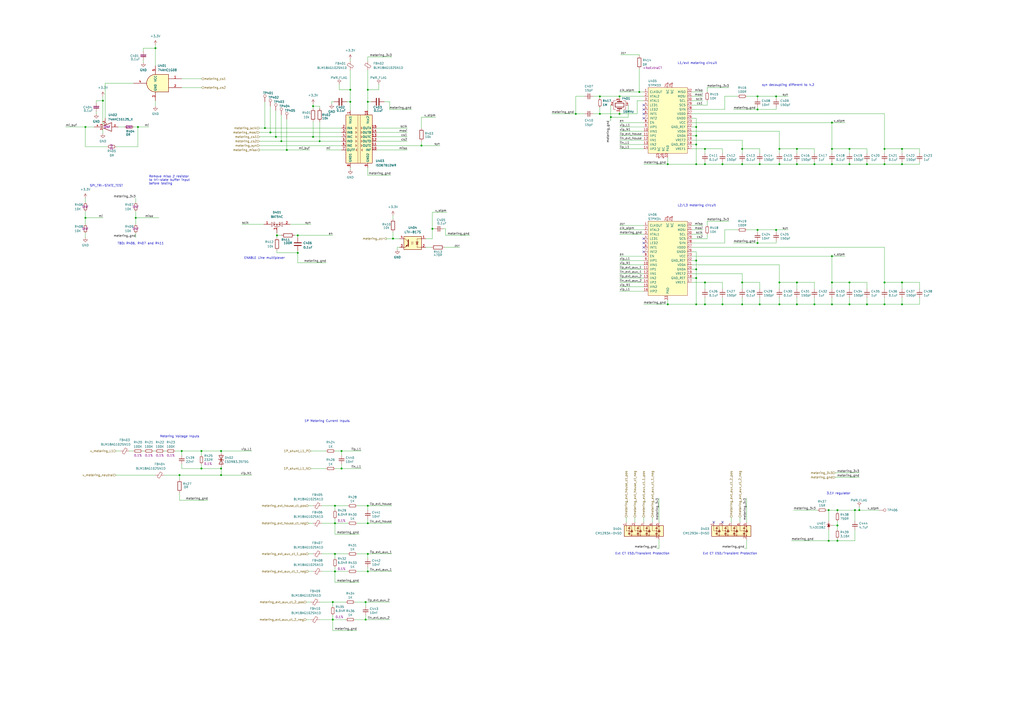
<source format=kicad_sch>
(kicad_sch (version 20230121) (generator eeschema)
  (paper "A2")
  (title_block (title "xx-xxx-PCB-001 Charger Control (HV1) Board") (date "2023-10-18") (rev "0.a") (company "Indra Renewable Technologies Ltd"))
  (junction (at 403.86 83.82))
  (junction (at 472.44 176.53))
  (junction (at 430.53 176.53))
  (junction (at 439.42 55.88))
  (junction (at 227.965 138.43))
  (junction (at 408.94 176.53))
  (junction (at 212.09 349.25))
  (junction (at 523.24 176.53))
  (junction (at 172.72 146.685))
  (junction (at 213.36 331.47))
  (junction (at 485.775 313.69))
  (junction (at 104.14 275.59))
  (junction (at 213.36 293.37))
  (junction (at 403.86 78.74))
  (junction (at 194.31 293.37))
  (junction (at 334.01 66.04))
  (junction (at 203.2 52.07))
  (junction (at 439.42 133.35))
  (junction (at 160.02 79.375))
  (junction (at 194.31 321.31))
  (junction (at 482.6 86.36))
  (junction (at 194.31 303.53))
  (junction (at 347.98 55.88))
  (junction (at 166.37 86.995))
  (junction (at 128.27 271.78))
  (junction (at 213.36 59.055))
  (junction (at 370.84 53.34))
  (junction (at 160.655 136.525))
  (junction (at 105.41 261.62))
  (junction (at 439.42 63.5))
  (junction (at 90.17 27.94))
  (junction (at 172.72 136.525))
  (junction (at 359.41 55.88))
  (junction (at 59.69 58.42))
  (junction (at 198.12 261.62))
  (junction (at 452.12 163.83))
  (junction (at 523.24 86.36))
  (junction (at 480.695 295.91))
  (junction (at 485.775 304.8))
  (junction (at 408.94 95.25))
  (junction (at 213.36 303.53))
  (junction (at 181.61 79.375))
  (junction (at 450.215 55.88))
  (junction (at 212.09 359.41))
  (junction (at 430.53 86.36))
  (junction (at 408.94 163.83))
  (junction (at 193.04 349.25))
  (junction (at 213.36 321.31))
  (junction (at 502.92 95.25))
  (junction (at 452.12 95.25))
  (junction (at 440.69 176.53))
  (junction (at 450.215 133.35))
  (junction (at 492.76 86.36))
  (junction (at 403.86 161.29))
  (junction (at 513.08 163.83))
  (junction (at 49.53 73.66))
  (junction (at 523.24 163.83))
  (junction (at 403.86 73.66))
  (junction (at 495.935 295.91))
  (junction (at 203.2 59.055))
  (junction (at 513.08 86.36))
  (junction (at 116.84 271.78))
  (junction (at 244.475 84.455))
  (junction (at 408.94 86.36))
  (junction (at 440.69 95.25))
  (junction (at 181.61 61.595))
  (junction (at 213.36 52.07))
  (junction (at 462.28 86.36))
  (junction (at 403.86 176.53))
  (junction (at 185.42 81.915))
  (junction (at 482.6 71.12))
  (junction (at 513.08 95.25))
  (junction (at 523.24 95.25))
  (junction (at 482.6 176.53))
  (junction (at 492.76 95.25))
  (junction (at 462.28 176.53))
  (junction (at 419.1 176.53))
  (junction (at 485.775 295.91))
  (junction (at 419.1 95.25))
  (junction (at 482.6 95.25))
  (junction (at 80.01 73.66))
  (junction (at 347.98 66.04))
  (junction (at 472.44 95.25))
  (junction (at 116.84 261.62))
  (junction (at 462.28 95.25))
  (junction (at 194.31 331.47))
  (junction (at 498.475 295.91))
  (junction (at 198.12 271.78))
  (junction (at 462.28 163.83))
  (junction (at 492.76 163.83))
  (junction (at 128.27 275.59))
  (junction (at 430.53 163.83))
  (junction (at 482.6 148.59))
  (junction (at 49.53 126.365))
  (junction (at 359.41 66.04))
  (junction (at 482.6 163.83))
  (junction (at 439.42 140.97))
  (junction (at 163.195 81.915))
  (junction (at 78.74 126.365))
  (junction (at 452.12 86.36))
  (junction (at 452.12 176.53))
  (junction (at 193.04 359.41))
  (junction (at 250.825 132.715))
  (junction (at 403.86 156.21))
  (junction (at 403.86 151.13))
  (junction (at 480.695 313.69))
  (junction (at 430.53 95.25))
  (junction (at 513.08 176.53))
  (junction (at 354.33 67.945))
  (junction (at 492.76 176.53))
  (junction (at 156.845 76.835))
  (junction (at 387.35 95.25))
  (junction (at 403.86 95.25))
  (junction (at 502.92 176.53))
  (junction (at 128.27 261.62))
  (junction (at 387.35 176.53))
  (junction (at 153.67 74.295))
  (no_connect (at 373.38 63.5))
  (no_connect (at 373.38 66.04))
  (no_connect (at 419.1 302.895))
  (no_connect (at 373.38 146.05))
  (no_connect (at 373.38 60.96))
  (no_connect (at 373.38 68.58))
  (no_connect (at 414.02 302.895))
  (no_connect (at 373.38 140.97))
  (no_connect (at 373.38 143.51))
  (no_connect (at 373.38 138.43))
  (wire (pts (xy 194.31 328.93) (xy 194.31 331.47)))
  (wire (pts (xy 485.775 304.8) (xy 483.235 304.8)))
  (wire (pts (xy 201.93 303.53) (xy 194.31 303.53)))
  (wire (pts (xy 185.42 349.25) (xy 193.04 349.25)))
  (wire (pts (xy 72.39 73.66) (xy 68.58 73.66)))
  (wire (pts (xy 208.28 309.88) (xy 194.31 309.88)))
  (wire (pts (xy 128.27 270.51) (xy 128.27 271.78)))
  (wire (pts (xy 462.28 163.83) (xy 452.12 163.83)))
  (wire (pts (xy 502.92 163.83) (xy 492.76 163.83)))
  (wire (pts (xy 194.31 261.62) (xy 198.12 261.62)))
  (wire (pts (xy 77.47 73.66) (xy 80.01 73.66)))
  (wire (pts (xy 213.36 97.155) (xy 213.36 101.6)))
  (wire (pts (xy 419.1 95.25) (xy 430.53 95.25)))
  (wire (pts (xy 373.38 161.29) (xy 359.41 161.29)))
  (wire (pts (xy 492.76 93.98) (xy 492.76 95.25)))
  (wire (pts (xy 227.33 331.47) (xy 213.36 331.47)))
  (wire (pts (xy 59.69 55.88) (xy 59.69 58.42)))
  (wire (pts (xy 200.66 359.41) (xy 193.04 359.41)))
  (wire (pts (xy 382.27 318.135) (xy 382.27 313.055)))
  (wire (pts (xy 192.405 60.325) (xy 192.405 59.055)))
  (wire (pts (xy 498.475 295.91) (xy 509.905 295.91)))
  (wire (pts (xy 226.06 59.055) (xy 226.06 63.5)))
  (wire (pts (xy 513.08 95.25) (xy 523.24 95.25)))
  (wire (pts (xy 430.53 163.83) (xy 430.53 167.64)))
  (wire (pts (xy 430.53 88.9) (xy 430.53 86.36)))
  (wire (pts (xy 62.23 85.09) (xy 49.53 85.09)))
  (wire (pts (xy 222.885 59.055) (xy 226.06 59.055)))
  (wire (pts (xy 513.08 163.83) (xy 513.08 167.64)))
  (wire (pts (xy 513.08 93.98) (xy 513.08 95.25)))
  (wire (pts (xy 472.44 88.9) (xy 472.44 86.36)))
  (wire (pts (xy 59.69 58.42) (xy 55.88 58.42)))
  (wire (pts (xy 105.41 271.78) (xy 105.41 269.24)))
  (wire (pts (xy 408.94 163.83) (xy 401.32 163.83)))
  (wire (pts (xy 403.86 68.58) (xy 403.86 73.66)))
  (wire (pts (xy 257.81 143.51) (xy 266.7 143.51)))
  (wire (pts (xy 492.76 86.36) (xy 492.76 88.9)))
  (wire (pts (xy 482.6 163.83) (xy 482.6 167.64)))
  (wire (pts (xy 172.72 136.525) (xy 172.72 137.795)))
  (wire (pts (xy 250.825 123.19) (xy 250.825 132.715)))
  (wire (pts (xy 410.21 53.34) (xy 410.21 50.8)))
  (wire (pts (xy 193.04 349.25) (xy 200.66 349.25)))
  (wire (pts (xy 482.6 163.83) (xy 482.6 148.59)))
  (wire (pts (xy 49.53 135.255) (xy 49.53 137.795)))
  (wire (pts (xy 86.36 73.66) (xy 80.01 73.66)))
  (wire (pts (xy 403.86 146.05) (xy 403.86 151.13)))
  (wire (pts (xy 334.01 66.04) (xy 339.09 66.04)))
  (wire (pts (xy 533.4 88.9) (xy 533.4 86.36)))
  (wire (pts (xy 452.12 172.72) (xy 452.12 176.53)))
  (wire (pts (xy 485.775 302.26) (xy 485.775 304.8)))
  (wire (pts (xy 212.09 359.41) (xy 205.74 359.41)))
  (wire (pts (xy 224.155 138.43) (xy 227.965 138.43)))
  (wire (pts (xy 83.185 29.845) (xy 83.185 27.94)))
  (wire (pts (xy 244.475 67.945) (xy 252.73 67.945)))
  (wire (pts (xy 533.4 163.83) (xy 533.4 167.64)))
  (wire (pts (xy 193.04 359.41) (xy 193.04 365.76)))
  (wire (pts (xy 419.1 86.36) (xy 408.94 86.36)))
  (wire (pts (xy 104.14 285.75) (xy 104.14 290.195)))
  (wire (pts (xy 472.44 86.36) (xy 462.28 86.36)))
  (wire (pts (xy 218.44 81.915) (xy 236.22 81.915)))
  (wire (pts (xy 450.215 63.5) (xy 439.42 63.5)))
  (wire (pts (xy 194.31 331.47) (xy 194.31 337.82)))
  (wire (pts (xy 513.08 66.04) (xy 401.32 66.04)))
  (wire (pts (xy 452.12 95.25) (xy 462.28 95.25)))
  (wire (pts (xy 160.655 146.685) (xy 172.72 146.685)))
  (wire (pts (xy 403.86 156.21) (xy 401.32 156.21)))
  (wire (pts (xy 381 318.135) (xy 382.27 318.135)))
  (wire (pts (xy 116.84 271.78) (xy 105.41 271.78)))
  (wire (pts (xy 429.26 302.895) (xy 429.26 300.355)))
  (wire (pts (xy 419.1 172.72) (xy 419.1 176.53)))
  (wire (pts (xy 440.69 176.53) (xy 452.12 176.53)))
  (wire (pts (xy 74.93 261.62) (xy 77.47 261.62)))
  (wire (pts (xy 408.94 172.72) (xy 408.94 176.53)))
  (wire (pts (xy 160.655 136.525) (xy 160.655 137.795)))
  (wire (pts (xy 203.2 40.64) (xy 203.2 52.07)))
  (wire (pts (xy 83.185 36.195) (xy 83.185 34.925)))
  (wire (pts (xy 430.53 176.53) (xy 440.69 176.53)))
  (wire (pts (xy 181.61 79.375) (xy 181.61 70.485)))
  (wire (pts (xy 420.37 55.88) (xy 420.37 63.5)))
  (wire (pts (xy 196.85 48.895) (xy 196.85 52.07)))
  (wire (pts (xy 403.86 161.29) (xy 401.32 161.29)))
  (wire (pts (xy 407.67 135.89) (xy 401.32 135.89)))
  (wire (pts (xy 410.21 60.96) (xy 410.21 58.42)))
  (wire (pts (xy 172.72 152.4) (xy 189.23 152.4)))
  (wire (pts (xy 193.04 349.25) (xy 193.04 351.79)))
  (wire (pts (xy 513.08 143.51) (xy 401.32 143.51)))
  (wire (pts (xy 193.04 356.87) (xy 193.04 359.41)))
  (wire (pts (xy 450.215 140.97) (xy 439.42 140.97)))
  (wire (pts (xy 218.44 76.835) (xy 236.22 76.835)))
  (wire (pts (xy 359.41 133.35) (xy 373.38 133.35)))
  (wire (pts (xy 440.69 95.25) (xy 452.12 95.25)))
  (wire (pts (xy 472.44 163.83) (xy 472.44 167.64)))
  (wire (pts (xy 430.53 95.25) (xy 440.69 95.25)))
  (wire (pts (xy 67.31 275.59) (xy 90.17 275.59)))
  (wire (pts (xy 227.965 138.43) (xy 231.775 138.43)))
  (wire (pts (xy 180.34 271.78) (xy 189.23 271.78)))
  (wire (pts (xy 439.42 55.88) (xy 439.42 57.15)))
  (wire (pts (xy 104.14 275.59) (xy 104.14 278.13)))
  (wire (pts (xy 450.215 133.35) (xy 450.215 134.62)))
  (wire (pts (xy 172.72 146.685) (xy 172.72 152.4)))
  (wire (pts (xy 185.42 81.915) (xy 198.12 81.915)))
  (wire (pts (xy 181.61 293.37) (xy 179.07 293.37)))
  (wire (pts (xy 54.61 73.66) (xy 49.53 73.66)))
  (wire (pts (xy 364.49 67.945) (xy 354.33 67.945)))
  (wire (pts (xy 408.94 88.9) (xy 408.94 86.36)))
  (wire (pts (xy 359.41 163.83) (xy 373.38 163.83)))
  (wire (pts (xy 485.775 313.69) (xy 480.695 313.69)))
  (wire (pts (xy 77.47 48.26) (xy 60.96 48.26)))
  (wire (pts (xy 502.92 86.36) (xy 492.76 86.36)))
  (wire (pts (xy 90.17 27.94) (xy 90.17 38.1)))
  (wire (pts (xy 160.655 135.255) (xy 160.655 136.525)))
  (wire (pts (xy 359.41 168.91) (xy 373.38 168.91)))
  (wire (pts (xy 180.34 261.62) (xy 189.23 261.62)))
  (wire (pts (xy 492.76 86.36) (xy 482.6 86.36)))
  (wire (pts (xy 185.42 70.485) (xy 185.42 81.915)))
  (wire (pts (xy 244.475 81.915) (xy 244.475 84.455)))
  (wire (pts (xy 439.42 133.35) (xy 439.42 134.62)))
  (wire (pts (xy 490.22 71.12) (xy 482.6 71.12)))
  (wire (pts (xy 359.41 135.89) (xy 373.38 135.89)))
  (wire (pts (xy 95.25 275.59) (xy 104.14 275.59)))
  (wire (pts (xy 359.41 78.74) (xy 373.38 78.74)))
  (wire (pts (xy 480.695 313.69) (xy 480.695 307.34)))
  (wire (pts (xy 55.88 64.77) (xy 55.88 66.04)))
  (wire (pts (xy 430.53 86.36) (xy 430.53 81.28)))
  (wire (pts (xy 116.84 271.78) (xy 116.84 269.24)))
  (wire (pts (xy 440.69 86.36) (xy 440.69 88.9)))
  (wire (pts (xy 208.28 337.82) (xy 194.31 337.82)))
  (wire (pts (xy 359.41 76.2) (xy 373.38 76.2)))
  (wire (pts (xy 373.38 95.25) (xy 387.35 95.25)))
  (wire (pts (xy 213.36 33.02) (xy 213.36 35.56)))
  (wire (pts (xy 452.12 93.98) (xy 452.12 95.25)))
  (wire (pts (xy 492.76 95.25) (xy 502.92 95.25)))
  (wire (pts (xy 218.44 84.455) (xy 244.475 84.455)))
  (wire (pts (xy 513.08 172.72) (xy 513.08 176.53)))
  (wire (pts (xy 387.35 173.99) (xy 387.35 176.53)))
  (wire (pts (xy 408.94 93.98) (xy 408.94 95.25)))
  (wire (pts (xy 359.41 66.04) (xy 347.98 66.04)))
  (wire (pts (xy 472.44 163.83) (xy 462.28 163.83)))
  (wire (pts (xy 370.84 40.005) (xy 370.84 53.34)))
  (wire (pts (xy 419.1 93.98) (xy 419.1 95.25)))
  (wire (pts (xy 257.175 132.715) (xy 258.445 132.715)))
  (wire (pts (xy 472.44 176.53) (xy 482.6 176.53)))
  (wire (pts (xy 403.86 78.74) (xy 403.86 83.82)))
  (wire (pts (xy 238.76 63.5) (xy 226.06 63.5)))
  (wire (pts (xy 230.505 144.78) (xy 230.505 143.51)))
  (wire (pts (xy 359.41 73.66) (xy 373.38 73.66)))
  (wire (pts (xy 433.07 288.925) (xy 433.07 302.895)))
  (wire (pts (xy 368.3 302.895) (xy 368.3 300.355)))
  (wire (pts (xy 128.27 261.62) (xy 146.05 261.62)))
  (wire (pts (xy 194.31 271.78) (xy 198.12 271.78)))
  (wire (pts (xy 179.07 303.53) (xy 181.61 303.53)))
  (wire (pts (xy 247.015 143.51) (xy 250.19 143.51)))
  (wire (pts (xy 495.935 302.26) (xy 495.935 295.91)))
  (wire (pts (xy 180.34 349.25) (xy 177.8 349.25)))
  (wire (pts (xy 523.24 93.98) (xy 523.24 95.25)))
  (wire (pts (xy 105.41 45.72) (xy 116.84 45.72)))
  (wire (pts (xy 490.22 148.59) (xy 482.6 148.59)))
  (wire (pts (xy 153.67 74.295) (xy 198.12 74.295)))
  (wire (pts (xy 482.6 88.9) (xy 482.6 86.36)))
  (wire (pts (xy 440.69 93.98) (xy 440.69 95.25)))
  (wire (pts (xy 472.44 172.72) (xy 472.44 176.53)))
  (wire (pts (xy 452.12 163.83) (xy 452.12 153.67)))
  (wire (pts (xy 462.28 93.98) (xy 462.28 95.25)))
  (wire (pts (xy 401.32 146.05) (xy 403.86 146.05)))
  (wire (pts (xy 498.475 274.32) (xy 484.505 274.32)))
  (wire (pts (xy 179.07 331.47) (xy 181.61 331.47)))
  (wire (pts (xy 439.42 55.88) (xy 450.215 55.88)))
  (wire (pts (xy 116.84 261.62) (xy 128.27 261.62)))
  (wire (pts (xy 150.495 79.375) (xy 160.02 79.375)))
  (wire (pts (xy 213.36 33.02) (xy 227.33 33.02)))
  (wire (pts (xy 403.86 161.29) (xy 403.86 176.53)))
  (wire (pts (xy 213.36 300.99) (xy 213.36 303.53)))
  (wire (pts (xy 450.215 139.7) (xy 450.215 140.97)))
  (wire (pts (xy 419.1 86.36) (xy 419.1 88.9)))
  (wire (pts (xy 523.24 176.53) (xy 533.4 176.53)))
  (wire (pts (xy 387.35 95.25) (xy 403.86 95.25)))
  (wire (pts (xy 408.94 95.25) (xy 419.1 95.25)))
  (wire (pts (xy 272.415 136.525) (xy 258.445 136.525)))
  (wire (pts (xy 450.215 55.88) (xy 457.2 55.88)))
  (wire (pts (xy 419.1 176.53) (xy 430.53 176.53)))
  (wire (pts (xy 59.69 58.42) (xy 59.69 72.39)))
  (wire (pts (xy 513.08 88.9) (xy 513.08 86.36)))
  (wire (pts (xy 203.2 59.055) (xy 203.2 64.135)))
  (wire (pts (xy 452.12 86.36) (xy 452.12 76.2)))
  (wire (pts (xy 462.28 86.36) (xy 452.12 86.36)))
  (wire (pts (xy 472.44 93.98) (xy 472.44 95.25)))
  (wire (pts (xy 433.07 55.88) (xy 439.42 55.88)))
  (wire (pts (xy 344.17 66.04) (xy 347.98 66.04)))
  (wire (pts (xy 450.215 62.23) (xy 450.215 63.5)))
  (wire (pts (xy 116.84 271.78) (xy 128.27 271.78)))
  (wire (pts (xy 430.53 158.75) (xy 401.32 158.75)))
  (wire (pts (xy 430.53 93.98) (xy 430.53 95.25)))
  (wire (pts (xy 360.045 31.75) (xy 370.84 31.75)))
  (wire (pts (xy 419.1 163.83) (xy 419.1 167.64)))
  (wire (pts (xy 160.655 145.415) (xy 160.655 146.685)))
  (wire (pts (xy 213.36 59.055) (xy 215.265 59.055)))
  (wire (pts (xy 207.01 365.76) (xy 193.04 365.76)))
  (wire (pts (xy 407.67 53.34) (xy 401.32 53.34)))
  (wire (pts (xy 90.17 58.42) (xy 90.17 61.595)))
  (wire (pts (xy 359.41 55.88) (xy 359.41 57.15)))
  (wire (pts (xy 370.84 31.75) (xy 370.84 32.385)))
  (wire (pts (xy 482.6 148.59) (xy 401.32 148.59)))
  (wire (pts (xy 408.94 86.36) (xy 401.32 86.36)))
  (wire (pts (xy 359.41 166.37) (xy 373.38 166.37)))
  (wire (pts (xy 194.31 321.31) (xy 201.93 321.31)))
  (wire (pts (xy 49.53 114.935) (xy 49.53 117.475)))
  (wire (pts (xy 502.92 93.98) (xy 502.92 95.25)))
  (wire (pts (xy 213.36 52.07) (xy 213.36 59.055)))
  (wire (pts (xy 359.41 130.81) (xy 373.38 130.81)))
  (wire (pts (xy 212.09 349.25) (xy 226.06 349.25)))
  (wire (pts (xy 140.335 130.175) (xy 153.035 130.175)))
  (wire (pts (xy 203.2 97.155) (xy 203.2 98.425)))
  (wire (pts (xy 495.935 295.91) (xy 498.475 295.91)))
  (wire (pts (xy 160.02 64.135) (xy 160.02 79.375)))
  (wire (pts (xy 212.09 349.25) (xy 212.09 351.79)))
  (wire (pts (xy 410.21 138.43) (xy 410.21 135.89)))
  (wire (pts (xy 105.41 261.62) (xy 105.41 264.16)))
  (wire (pts (xy 513.08 176.53) (xy 523.24 176.53)))
  (wire (pts (xy 482.6 176.53) (xy 492.76 176.53)))
  (wire (pts (xy 492.76 176.53) (xy 502.92 176.53)))
  (wire (pts (xy 472.44 95.25) (xy 482.6 95.25)))
  (wire (pts (xy 425.45 63.5) (xy 439.42 63.5)))
  (wire (pts (xy 78.74 126.365) (xy 92.075 126.365)))
  (wire (pts (xy 334.01 55.88) (xy 334.01 66.04)))
  (wire (pts (xy 230.505 143.51) (xy 231.775 143.51)))
  (wire (pts (xy 156.845 61.595) (xy 156.845 76.835)))
  (wire (pts (xy 452.12 76.2) (xy 401.32 76.2)))
  (wire (pts (xy 422.91 50.8) (xy 410.21 50.8)))
  (wire (pts (xy 382.27 288.925) (xy 382.27 302.895)))
  (wire (pts (xy 427.99 55.88) (xy 420.37 55.88)))
  (wire (pts (xy 373.38 176.53) (xy 387.35 176.53)))
  (wire (pts (xy 495.935 307.34) (xy 495.935 313.69)))
  (wire (pts (xy 485.775 312.42) (xy 485.775 313.69)))
  (wire (pts (xy 258.445 132.715) (xy 258.445 136.525)))
  (wire (pts (xy 168.275 130.175) (xy 180.34 130.175)))
  (wire (pts (xy 369.57 58.42) (xy 369.57 66.04)))
  (wire (pts (xy 49.53 126.365) (xy 59.69 126.365)))
  (wire (pts (xy 452.12 163.83) (xy 452.12 167.64)))
  (wire (pts (xy 194.31 293.37) (xy 194.31 295.91)))
  (wire (pts (xy 166.37 86.995) (xy 179.705 86.995)))
  (wire (pts (xy 485.775 295.91) (xy 485.775 297.18)))
  (wire (pts (xy 189.23 86.995) (xy 198.12 86.995)))
  (wire (pts (xy 502.92 163.83) (xy 502.92 167.64)))
  (wire (pts (xy 213.36 293.37) (xy 213.36 295.91)))
  (wire (pts (xy 359.41 53.34) (xy 370.84 53.34)))
  (wire (pts (xy 354.33 67.945) (xy 354.33 69.85)))
  (wire (pts (xy 192.405 59.055) (xy 193.675 59.055)))
  (wire (pts (xy 523.24 163.83) (xy 513.08 163.83)))
  (wire (pts (xy 347.98 62.23) (xy 347.98 66.04)))
  (wire (pts (xy 49.53 73.66) (xy 38.1 73.66)))
  (wire (pts (xy 419.1 163.83) (xy 408.94 163.83)))
  (wire (pts (xy 482.6 95.25) (xy 492.76 95.25)))
  (wire (pts (xy 186.69 293.37) (xy 194.31 293.37)))
  (wire (pts (xy 495.935 295.91) (xy 485.775 295.91)))
  (wire (pts (xy 181.61 79.375) (xy 198.12 79.375)))
  (wire (pts (xy 433.07 318.135) (xy 433.07 313.055)))
  (wire (pts (xy 219.71 48.895) (xy 219.71 52.07)))
  (wire (pts (xy 480.695 295.91) (xy 485.775 295.91)))
  (wire (pts (xy 533.4 176.53) (xy 533.4 172.72)))
  (wire (pts (xy 502.92 95.25) (xy 513.08 95.25)))
  (wire (pts (xy 422.91 128.27) (xy 410.21 128.27)))
  (wire (pts (xy 90.17 26.035) (xy 90.17 27.94)))
  (wire (pts (xy 83.82 261.62) (xy 82.55 261.62)))
  (wire (pts (xy 218.44 86.995) (xy 236.22 86.995)))
  (wire (pts (xy 105.41 50.8) (xy 116.84 50.8)))
  (wire (pts (xy 78.74 126.365) (xy 78.74 130.175)))
  (wire (pts (xy 387.35 176.53) (xy 403.86 176.53)))
  (wire (pts (xy 439.42 63.5) (xy 439.42 62.23)))
  (wire (pts (xy 482.6 71.12) (xy 401.32 71.12)))
  (wire (pts (xy 186.69 303.53) (xy 194.31 303.53)))
  (wire (pts (xy 363.22 302.895) (xy 363.22 300.355)))
  (wire (pts (xy 359.41 81.28) (xy 373.38 81.28)))
  (wire (pts (xy 401.32 140.97) (xy 420.37 140.97)))
  (wire (pts (xy 359.41 158.75) (xy 373.38 158.75)))
  (wire (pts (xy 440.69 163.83) (xy 440.69 167.64)))
  (wire (pts (xy 401.32 60.96) (xy 410.21 60.96)))
  (wire (pts (xy 201.93 331.47) (xy 194.31 331.47)))
  (wire (pts (xy 440.69 172.72) (xy 440.69 176.53)))
  (wire (pts (xy 523.24 86.36) (xy 523.24 88.9)))
  (wire (pts (xy 430.53 81.28) (xy 401.32 81.28)))
  (wire (pts (xy 482.6 86.36) (xy 482.6 71.12)))
  (wire (pts (xy 166.37 69.215) (xy 166.37 86.995)))
  (wire (pts (xy 462.28 172.72) (xy 462.28 176.53)))
  (wire (pts (xy 60.96 48.26) (xy 60.96 68.58)))
  (wire (pts (xy 213.36 321.31) (xy 207.01 321.31)))
  (wire (pts (xy 425.45 140.97) (xy 439.42 140.97)))
  (wire (pts (xy 407.67 58.42) (xy 401.32 58.42)))
  (wire (pts (xy 459.105 313.69) (xy 480.695 313.69)))
  (wire (pts (xy 373.38 58.42) (xy 369.57 58.42)))
  (wire (pts (xy 213.36 331.47) (xy 207.01 331.47)))
  (wire (pts (xy 523.24 172.72) (xy 523.24 176.53)))
  (wire (pts (xy 213.36 101.6) (xy 226.695 101.6)))
  (wire (pts (xy 150.495 84.455) (xy 198.12 84.455)))
  (wire (pts (xy 523.24 86.36) (xy 513.08 86.36)))
  (wire (pts (xy 485.775 304.8) (xy 485.775 307.34)))
  (wire (pts (xy 359.41 148.59) (xy 373.38 148.59)))
  (wire (pts (xy 373.38 300.355) (xy 373.38 302.895)))
  (wire (pts (xy 420.37 133.35) (xy 420.37 140.97)))
  (wire (pts (xy 407.67 55.88) (xy 401.32 55.88)))
  (wire (pts (xy 359.41 71.12) (xy 373.38 71.12)))
  (wire (pts (xy 533.4 95.25) (xy 533.4 93.98)))
  (wire (pts (xy 492.76 172.72) (xy 492.76 176.53)))
  (wire (pts (xy 150.495 86.995) (xy 166.37 86.995)))
  (wire (pts (xy 424.18 302.895) (xy 424.18 300.355)))
  (wire (pts (xy 523.24 163.83) (xy 523.24 167.64)))
  (wire (pts (xy 431.8 318.135) (xy 433.07 318.135)))
  (wire (pts (xy 185.42 359.41) (xy 193.04 359.41)))
  (wire (pts (xy 408.94 176.53) (xy 419.1 176.53)))
  (wire (pts (xy 479.425 295.91) (xy 480.695 295.91)))
  (wire (pts (xy 101.6 261.62) (xy 105.41 261.62)))
  (wire (pts (xy 153.67 59.055) (xy 153.67 74.295)))
  (wire (pts (xy 194.31 303.53) (xy 194.31 309.88)))
  (wire (pts (xy 462.28 163.83) (xy 462.28 167.64)))
  (wire (pts (xy 128.27 275.59) (xy 146.05 275.59)))
  (wire (pts (xy 403.86 176.53) (xy 408.94 176.53)))
  (wire (pts (xy 403.86 73.66) (xy 401.32 73.66)))
  (wire (pts (xy 252.095 132.715) (xy 250.825 132.715)))
  (wire (pts (xy 359.41 156.21) (xy 373.38 156.21)))
  (wire (pts (xy 194.31 293.37) (xy 201.93 293.37)))
  (wire (pts (xy 156.845 76.835) (xy 198.12 76.835)))
  (wire (pts (xy 403.86 78.74) (xy 401.32 78.74)))
  (wire (pts (xy 433.07 133.35) (xy 439.42 133.35)))
  (wire (pts (xy 213.36 59.055) (xy 213.36 64.135)))
  (wire (pts (xy 450.215 55.88) (xy 450.215 57.15)))
  (wire (pts (xy 440.69 163.83) (xy 430.53 163.83)))
  (wire (pts (xy 359.41 86.36) (xy 373.38 86.36)))
  (wire (pts (xy 440.69 86.36) (xy 430.53 86.36)))
  (wire (pts (xy 219.71 52.07) (xy 213.36 52.07)))
  (wire (pts (xy 378.46 300.355) (xy 378.46 302.895)))
  (wire (pts (xy 403.86 83.82) (xy 403.86 95.25)))
  (wire (pts (xy 67.31 261.62) (xy 69.85 261.62)))
  (wire (pts (xy 160.655 136.525) (xy 163.195 136.525)))
  (wire (pts (xy 347.98 55.88) (xy 344.17 55.88)))
  (wire (pts (xy 226.06 359.41) (xy 212.09 359.41)))
  (wire (pts (xy 492.76 163.83) (xy 482.6 163.83)))
  (wire (pts (xy 181.61 61.595) (xy 181.61 62.865)))
  (wire (pts (xy 213.36 293.37) (xy 227.33 293.37)))
  (wire (pts (xy 90.17 261.62) (xy 88.9 261.62)))
  (wire (pts (xy 247.015 138.43) (xy 250.825 138.43)))
  (wire (pts (xy 80.01 85.09) (xy 67.31 85.09)))
  (wire (pts (xy 185.42 62.865) (xy 185.42 61.595)))
  (wire (pts (xy 403.86 73.66) (xy 403.86 78.74)))
  (wire (pts (xy 163.195 66.675) (xy 163.195 81.915)))
  (wire (pts (xy 364.49 60.96) (xy 364.49 67.945)))
  (wire (pts (xy 495.935 313.69) (xy 485.775 313.69)))
  (wire (pts (xy 533.4 163.83) (xy 523.24 163.83)))
  (wire (pts (xy 181.61 60.325) (xy 181.61 61.595)))
  (wire (pts (xy 181.61 321.31) (xy 179.07 321.31)))
  (wire (pts (xy 244.475 74.295) (xy 244.475 67.945)))
  (wire (pts (xy 462.28 176.53) (xy 472.44 176.53)))
  (wire (pts (xy 373.38 83.82) (xy 359.41 83.82)))
  (wire (pts (xy 49.53 122.555) (xy 49.53 126.365)))
  (wire (pts (xy 213.36 40.64) (xy 213.36 52.07)))
  (wire (pts (xy 55.88 59.69) (xy 55.88 58.42)))
  (wire (pts (xy 401.32 68.58) (xy 403.86 68.58)))
  (wire (pts (xy 403.86 151.13) (xy 403.86 156.21)))
  (wire (pts (xy 403.86 83.82) (xy 401.32 83.82)))
  (wire (pts (xy 186.69 331.47) (xy 194.31 331.47)))
  (wire (pts (xy 150.495 76.835) (xy 156.845 76.835)))
  (wire (pts (xy 370.84 53.34) (xy 373.38 53.34)))
  (wire (pts (xy 403.86 156.21) (xy 403.86 161.29)))
  (wire (pts (xy 482.6 172.72) (xy 482.6 176.53)))
  (wire (pts (xy 498.475 276.86) (xy 484.505 276.86)))
  (wire (pts (xy 401.32 63.5) (xy 420.37 63.5)))
  (wire (pts (xy 492.76 163.83) (xy 492.76 167.64)))
  (wire (pts (xy 227.965 134.62) (xy 227.965 138.43)))
  (wire (pts (xy 462.28 86.36) (xy 462.28 88.9)))
  (wire (pts (xy 201.295 59.055) (xy 203.2 59.055)))
  (wire (pts (xy 359.41 64.77) (xy 359.41 66.04)))
  (wire (pts (xy 250.825 123.19) (xy 259.08 123.19)))
  (wire (pts (xy 462.28 95.25) (xy 472.44 95.25)))
  (wire (pts (xy 430.53 172.72) (xy 430.53 176.53)))
  (wire (pts (xy 213.36 293.37) (xy 207.01 293.37)))
  (wire (pts (xy 177.8 359.41) (xy 180.34 359.41)))
  (wire (pts (xy 482.6 93.98) (xy 482.6 95.25)))
  (wire (pts (xy 498.475 294.005) (xy 498.475 295.91)))
  (wire (pts (xy 354.33 69.85) (xy 353.695 69.85)))
  (wire (pts (xy 359.41 151.13) (xy 373.38 151.13)))
  (wire (pts (xy 150.495 81.915) (xy 163.195 81.915)))
  (wire (pts (xy 523.24 95.25) (xy 533.4 95.25)))
  (wire (pts (xy 128.27 261.62) (xy 128.27 262.89)))
  (wire (pts (xy 213.36 321.31) (xy 227.33 321.31)))
  (wire (pts (xy 533.4 86.36) (xy 523.24 86.36)))
  (wire (pts (xy 194.31 300.99) (xy 194.31 303.53)))
  (wire (pts (xy 213.36 321.31) (xy 213.36 323.85)))
  (wire (pts (xy 172.72 146.685) (xy 172.72 145.415)))
  (wire (pts (xy 439.42 140.97) (xy 439.42 139.7)))
  (wire (pts (xy 460.375 295.91) (xy 474.345 295.91)))
  (wire (pts (xy 198.12 261.62) (xy 198.12 264.16)))
  (wire (pts (xy 96.52 261.62) (xy 95.25 261.62)))
  (wire (pts (xy 403.86 95.25) (xy 408.94 95.25)))
  (wire (pts (xy 104.14 275.59) (xy 128.27 275.59)))
  (wire (pts (xy 513.08 86.36) (xy 513.08 66.04)))
  (wire (pts (xy 347.98 57.15) (xy 347.98 55.88)))
  (wire (pts (xy 502.92 176.53) (xy 513.08 176.53)))
  (wire (pts (xy 480.695 302.26) (xy 480.695 295.91)))
  (wire (pts (xy 502.92 172.72) (xy 502.92 176.53)))
  (wire (pts (xy 218.44 79.375) (xy 236.22 79.375)))
  (wire (pts (xy 427.99 133.35) (xy 420.37 133.35)))
  (wire (pts (xy 212.09 356.87) (xy 212.09 359.41)))
  (wire (pts (xy 78.74 114.935) (xy 78.74 117.475)))
  (wire (pts (xy 185.42 61.595) (xy 181.61 61.595)))
  (wire (pts (xy 410.21 130.81) (xy 410.21 128.27)))
  (wire (pts (xy 80.01 85.09) (xy 80.01 73.66)))
  (wire (pts (xy 450.215 133.35) (xy 457.2 133.35)))
  (wire (pts (xy 83.185 27.94) (xy 90.17 27.94)))
  (wire (pts (xy 407.67 130.81) (xy 401.32 130.81)))
  (wire (pts (xy 452.12 88.9) (xy 452.12 86.36)))
  (wire (pts (xy 452.12 153.67) (xy 401.32 153.67)))
  (wire (pts (xy 198.12 261.62) (xy 209.55 261.62)))
  (wire (pts (xy 213.36 303.53) (xy 207.01 303.53)))
  (wire (pts (xy 172.72 136.525) (xy 193.04 136.525)))
  (wire (pts (xy 104.14 290.195) (xy 120.65 290.195)))
  (wire (pts (xy 203.2 34.29) (xy 203.2 35.56)))
  (wire (pts (xy 116.84 261.62) (xy 116.84 264.16)))
  (wire (pts (xy 452.12 176.53) (xy 462.28 176.53)))
  (wire (pts (xy 347.98 55.88) (xy 359.41 55.88)))
  (wire (pts (xy 408.94 163.83) (xy 408.94 167.64)))
  (wire (pts (xy 339.09 55.88) (xy 334.01 55.88)))
  (wire (pts (xy 78.74 122.555) (xy 78.74 126.365)))
  (wire (pts (xy 502.92 88.9) (xy 502.92 86.36)))
  (wire (pts (xy 387.35 95.25) (xy 387.35 91.44)))
  (wire (pts (xy 430.53 163.83) (xy 430.53 158.75)))
  (wire (pts (xy 250.825 138.43) (xy 250.825 132.715)))
  (wire (pts (xy 513.08 163.83) (xy 513.08 143.51)))
  (wire (pts (xy 403.86 151.13) (xy 401.32 151.13)))
  (wire (pts (xy 170.815 136.525) (xy 172.72 136.525)))
  (wire (pts (xy 49.53 126.365) (xy 49.53 130.175)))
  (wire (pts (xy 218.44 74.295) (xy 236.22 74.295)))
  (wire (pts (xy 359.41 153.67) (xy 373.38 153.67)))
  (wire (pts (xy 401.32 138.43) (xy 410.21 138.43)))
  (wire (pts (xy 128.27 271.78) (xy 128.27 275.59)))
  (wire (pts (xy 203.2 52.07) (xy 203.2 59.055)))
  (wire (pts (xy 227.965 125.095) (xy 227.965 127)))
  (wire (pts (xy 359.41 55.88) (xy 373.38 55.88)))
  (wire (pts (xy 439.42 133.35) (xy 450.215 133.35)))
  (wire (pts (xy 78.74 135.255) (xy 78.74 137.795)))
  (wire (pts (xy 49.53 85.09) (xy 49.53 73.66)))
  (wire (pts (xy 196.85 52.07) (xy 203.2 52.07)))
  (wire (pts (xy 407.67 133.35) (xy 401.32 133.35)))
  (wire (pts (xy 186.69 321.31) (xy 194.31 321.31)))
  (wire (pts (xy 160.02 79.375) (xy 181.61 79.375)))
  (wire (pts (xy 194.31 321.31) (xy 194.31 323.85)))
  (wire (pts (xy 163.195 81.915) (xy 185.42 81.915)))
  (wire (pts (xy 198.12 271.78) (xy 198.12 269.24)))
  (wire (pts (xy 105.41 261.62) (xy 116.84 261.62)))
  (wire (pts (xy 227.33 303.53) (xy 213.36 303.53)))
  (wire (pts (xy 150.495 74.295) (xy 153.67 74.295)))
  (wire (pts (xy 59.69 74.93) (xy 59.69 77.47)))
  (wire (pts (xy 212.09 349.25) (xy 205.74 349.25)))
  (wire (pts (xy 198.12 271.78) (xy 209.55 271.78)))
  (wire (pts (xy 354.33 60.96) (xy 354.33 67.945)))
  (wire (pts (xy 213.36 328.93) (xy 213.36 331.47)))
  (wire (pts (xy 369.57 66.04) (xy 359.41 66.04)))
  (wire (pts (xy 320.04 66.04) (xy 334.01 66.04)))
  (wire (pts (xy 244.475 84.455) (xy 255.27 84.455)))
  (text "ENABLE Line multiplexer" (at 141.605 150.495 0) (effects (font (size 1.27 1.27)) (justify left bottom)))
  (text "syn decoupling different to 4.2" (at 441.96 50.165 0) (effects (font (size 1.27 1.27)) (justify left bottom)))
  (text "SPI_TRI-STATE_TEST" (at 52.07 108.585 0) (effects (font (size 1.27 1.27)) (justify left bottom)))
  (text "Ext CT ESD/Transient Protection" (at 356.87 321.945 0) (effects (font (size 1.27 1.27)) (justify left bottom)))
  (text "Metering Voltage Inputs" (at 92.71 254 0) (effects (font (size 1.27 1.27)) (justify left bottom)))
  (text "TBD: R406, R407 and R411" (at 68.1228 142.0622 0) (effects (font (size 1.27 1.27)) (justify left bottom)))
  (text "1P Metering Current Inputs" (at 176.53 245.11 0) (effects (font (size 1.27 1.27)) (justify left bottom)))
  (text "Ext CT ESD/Transient Protection" (at 407.67 321.945 0) (effects (font (size 1.27 1.27)) (justify left bottom)))
  (text "L1/ext metering circuit" (at 393.065 37.465 0) (effects (font (size 1.27 1.27)) (justify left bottom)))
  (text "3.1V regulator" (at 479.425 287.02 0) (effects (font (size 1.27 1.27)) (justify left bottom)))
  (text "L2/L3 metering circuit\n" (at 393.065 120.015 0) (effects (font (size 1.27 1.27)) (justify left bottom)))
  (text "Remove miso 2 resistor \nto tri-state buffer input \nbefore testing" (at 86.36 107.315 0) (effects (font (size 1.27 1.27)) (justify left bottom)))
  (label "iip_ext_aux_1" (at 359.41 156.21 0))
  (label "clk_stpm" (at 359.41 53.34 0))
  (label "iin_ext_house" (at 227.33 303.53 180))
  (label "metering_gnd" (at 381 318.135 180))
  (label "iin_ext_aux_2" (at 359.41 163.83 0))
  (label "syn" (at 180.34 130.175 180))
  (label "zcr" (at 359.41 130.81 0))
  (label "metering_gnd" (at 120.65 290.195 180))
  (label "vip_N1" (at 359.41 76.2 0))
  (label "en" (at 359.41 71.12 0))
  (label "metering_gnd" (at 207.01 365.76 180))
  (label "v_stpm" (at 252.73 67.945 180))
  (label "metering_3v3" (at 78.74 114.935 180))
  (label "iin_ext_aux_2" (at 226.06 359.41 180))
  (label "en" (at 193.04 136.525 180))
  (label "metering_gnd" (at 431.8 318.135 180))
  (label "zcr" (at 360.045 31.75 0))
  (label "cs2" (at 236.22 81.915 180))
  (label "miso" (at 88.9 126.365 180))
  (label "metering_gnd" (at 373.38 95.25 0))
  (label "vip_L1" (at 359.41 73.66 0))
  (label "syn" (at 457.2 55.88 180))
  (label "syn" (at 457.2 133.35 180))
  (label "iin_ext_house" (at 359.41 81.28 0))
  (label "vip_N1" (at 359.41 166.37 0))
  (label "mosi" (at 236.22 76.835 180))
  (label "mi_buf" (at 38.1 73.66 0))
  (label "sclk" (at 140.335 130.175 0))
  (label "mosi" (at 407.67 133.35 180))
  (label "v_stpm" (at 490.22 71.12 180))
  (label "vip_N1" (at 359.41 153.67 0))
  (label "sclk" (at 236.22 74.295 180))
  (label "vip_L1" (at 146.05 261.62 180))
  (label "iip_ext_aux_1" (at 227.33 321.31 180))
  (label "metering_3v3" (at 422.91 50.8 180))
  (label "mi" (at 59.69 126.365 180))
  (label "vip_L1" (at 359.41 151.13 0))
  (label "cs2" (at 407.67 138.43 180))
  (label "iin_L1" (at 359.41 83.82 0))
  (label "metering_gnd" (at 425.45 140.97 0))
  (label "clk_stpm" (at 359.41 133.35 0))
  (label "metering_3v3" (at 227.33 33.02 180))
  (label "v_stpm" (at 490.22 148.59 180))
  (label "metering_gnd" (at 359.41 135.89 0))
  (label "metering_gnd" (at 373.38 176.53 0))
  (label "iip_L1" (at 359.41 86.36 0))
  (label "miso" (at 236.22 86.995 180))
  (label "metering_gnd" (at 459.105 313.69 0))
  (label "miso" (at 407.67 53.34 180))
  (label "zcr" (at 266.7 143.51 180))
  (label "en" (at 359.41 148.59 0))
  (label "metering_gnd" (at 320.04 66.04 0))
  (label "v_stpm" (at 259.08 123.19 180))
  (label "cs1" (at 407.67 60.96 180))
  (label "v_stpm" (at 509.905 295.91 180))
  (label "metering_gnd" (at 208.28 309.88 180))
  (label "mosi" (at 407.67 55.88 180))
  (label "metering_3v3" (at 433.07 288.925 270))
  (label "metering_gnd" (at 498.475 276.86 180))
  (label "iip_ext_house" (at 227.33 293.37 180))
  (label "iip_ext_house" (at 359.41 78.74 0))
  (label "metering_gnd" (at 78.74 137.795 180))
  (label "metering_gnd" (at 272.415 136.525 180))
  (label "miso" (at 407.67 130.81 180))
  (label "metering_gnd" (at 425.45 63.5 0))
  (label "metering_3v3" (at 422.91 128.27 180))
  (label "metering_gnd" (at 208.28 337.82 180))
  (label "iip_ext_aux_2" (at 359.41 161.29 0))
  (label "metering_gnd" (at 189.23 152.4 180))
  (label "mi" (at 86.36 73.66 180))
  (label "iip_ext_aux_2" (at 226.06 349.25 180))
  (label "syn" (at 255.27 84.455 180))
  (label "sclk" (at 407.67 135.89 180))
  (label "cs1" (at 236.22 79.375 180))
  (label "mi_buf" (at 179.705 86.995 180))
  (label "metering_3v3" (at 460.375 295.91 0))
  (label "metering_3v3" (at 382.27 288.925 270))
  (label "iin_ext_aux_1" (at 227.33 331.47 180))
  (label "metering_gnd" (at 226.695 101.6 180))
  (label "iip_L1" (at 209.55 261.62 180))
  (label "sclk" (at 407.67 58.42 180))
  (label "metering_3v3" (at 498.475 274.32 180))
  (label "iin_L1" (at 209.55 271.78 180))
  (label "vip_N1" (at 146.05 275.59 180))
  (label "metering_gnd" (at 238.76 63.5 180))
  (label "mi" (at 189.23 86.995 0))
  (label "vip_L1" (at 359.41 168.91 0))
  (label "metering_gnd" (at 353.695 69.85 270))
  (label "iin_ext_aux_1" (at 359.41 158.75 0))
  (hierarchical_label "metering_miso" (shape output) (at 150.495 86.995 180))
  (hierarchical_label "metering_ext_aux_ct_1_pos" (shape input) (at 373.38 300.355 90))
  (hierarchical_label "metering_sclk" (shape input) (at 150.495 74.295 180))
  (hierarchical_label "metering_zcr" (shape output) (at 224.155 138.43 180))
  (hierarchical_label "metering_3v3" (shape input) (at 484.505 274.32 180))
  (hierarchical_label "metering_gnd" (shape input) (at 484.505 276.86 180))
  (hierarchical_label "1P_shunt_L1_N" (shape input) (at 180.34 271.78 180))
  (hierarchical_label "metering_ext_house_ct_pos" (shape input) (at 179.07 293.37 180))
  (hierarchical_label "metering_ext_house_ct_neg" (shape input) (at 179.07 303.53 180))
  (hierarchical_label "v_metering_L1" (shape input) (at 67.31 261.62 180))
  (hierarchical_label "v_metering_neutral" (shape input) (at 67.31 275.59 180))
  (hierarchical_label "metering_ext_house_ct_neg" (shape input) (at 368.3 300.355 90))
  (hierarchical_label "metering_ext_aux_ct_1_pos" (shape input) (at 179.07 321.31 180))
  (hierarchical_label "1P_shunt_L1_P" (shape input) (at 180.34 261.62 180))
  (hierarchical_label "metering_cs2" (shape input) (at 150.495 81.915 180))
  (hierarchical_label "metering_cs1" (shape input) (at 150.495 79.375 180))
  (hierarchical_label "metering_ext_aux_ct_1_neg" (shape input) (at 378.46 300.355 90))
  (hierarchical_label "metering_ext_aux_ct_1_neg" (shape input) (at 179.07 331.47 180))
  (hierarchical_label "metering_cs1" (shape input) (at 116.84 45.72 0))
  (hierarchical_label "metering_ext_aux_ct_2_neg" (shape input) (at 177.8 359.41 180))
  (hierarchical_label "metering_syn" (shape input) (at 150.495 84.455 180))
  (hierarchical_label "metering_ext_aux_ct_2_pos" (shape input) (at 177.8 349.25 180))
  (hierarchical_label "metering_ext_house_ct_pos" (shape input) (at 363.22 300.355 90))
  (hierarchical_label "metering_ext_aux_ct_2_pos" (shape input) (at 424.18 300.355 90))
  (hierarchical_label "metering_ext_aux_ct_2_neg" (shape input) (at 429.26 300.355 90))
  (hierarchical_label "metering_cs2" (shape input) (at 116.84 50.8 0))
  (hierarchical_label "metering_mosi" (shape input) (at 150.495 76.835 180))
  (symbol (lib_id "Device:C_Small") (at 450.215 59.69 180) (unit 1)
    (property "Reference" "C409" (at 452.5518 58.5216 0) (effects (justify right)))
    (property "Value" "150pF" (at 452.5518 60.833 0) (effects (justify right)))
    (property "Footprint" "Capacitor_SMD:C_0402_1005Metric" (effects hide))
    (property "Voltage" "10V" (effects hide))
    (property "Characteristics" "C0G/NPO" (effects hide))
    (property "Tolerance" "10%" (effects hide))
    (instances (project "hw-v2x-power-board-high-v" (path "" (reference "C409") (unit 1))) (project "hw-v2x-power-board" (path "" (reference "C424") (unit 1))))
  )
  (symbol (lib_id "Device:C_Small") (at 513.08 170.18 180) (unit 1)
    (property "Reference" "C436" (at 515.4168 169.0116 0) (effects (justify right)))
    (property "Value" "0.1uF" (at 515.4168 171.323 0) (effects (justify right)))
    (property "Footprint" "Capacitor_SMD:C_0402_1005Metric" (effects hide))
    (property "Voltage" "50V" (effects hide))
    (property "Characteristics" "X7R" (effects hide))
    (property "Tolerance" "10%" (effects hide))
    (instances (project "hw-v2x-power-board-high-v" (path "" (reference "C436") (unit 1))) (project "hw-v2x-power-board" (path "" (reference "C439") (unit 1))))
  )
  (symbol (lib_id "Device:R_Small") (at 204.47 321.31 270) (unit 1)
    (property "Reference" "R431" (at 204.47 316.3316 90))
    (property "Value" "1K" (at 204.47 318.643 90))
    (property "Footprint" "Resistor_SMD:R_0603_1608Metric" (effects hide))
    (property "Tolerance" "1%" (effects hide))
    (property "Voltage" "50V" (effects hide))
    (instances (project "hw-v2x-power-board-high-v" (path "" (reference "R431") (unit 1))) (project "hw-v2x-power-board" (path "" (reference "R427") (unit 1))))
  )
  (symbol (lib_name "+3.3V_1") (lib_id "power:+3.3V") (at 90.17 26.035 0) (unit 1)
    (property "Reference" "#PWR0404" (effects hide))
    (property "Value" "+3.3V" (at 90.17 20.955 0))
  )
  (symbol (lib_name "GND_1") (lib_id "power:GND") (at 203.2 98.425 0) (unit 1)
    (property "Reference" "#PWR0230" (effects hide))
    (property "Value" "GND" (at 203.2 102.87 0))
    (instances (project "hw-v2x-power-board-high-v" (path "" (reference "#PWR0230") (unit 1)) (path "" (reference "#PWR0420") (unit 1))))
  )
  (symbol (lib_name "PWR_FLAG_1") (lib_id "power:PWR_FLAG") (at 219.71 48.895 0) (unit 1)
    (property "Reference" "#FLG0405" (effects hide))
    (property "Value" "PWR_FLAG" (at 214.63 45.085 0) (effects (justify left)))
  )
  (symbol (lib_name "GND_1") (lib_id "power:GND") (at 83.185 36.195 0) (unit 1)
    (property "Reference" "#PWR0230" (effects hide))
    (property "Value" "GND" (at 83.185 40.64 0))
    (instances (project "hw-v2x-power-board-high-v" (path "" (reference "#PWR0230") (unit 1)) (path "" (reference "#PWR0422") (unit 1))))
  )
  (symbol (lib_id "74xGxx:74AHC1G08") (at 90.17 48.26 0) (mirror y) (unit 1)
    (property "Reference" "U401" (at 91.44 38.1 0) (effects (justify right)))
    (property "Value" "74AHC1G08" (at 91.44 40.64 0) (effects (justify right)))
    (property "Footprint" "Package_TO_SOT_SMD:SOT-23-5" (effects hide))
    (property "Datasheet" "http://www.ti.com/lit/sg/scyt129e/scyt129e.pdf" (effects hide))
  )
  (symbol (lib_name "+3.3V_1") (lib_id "power:+3.3V") (at 181.61 60.325 0) (unit 1)
    (property "Reference" "#PWR0408" (effects hide))
    (property "Value" "+3.3V" (at 181.61 55.245 0))
  )
  (symbol (lib_id "Device:C") (at 219.075 59.055 270) (mirror x) (unit 1)
    (property "Reference" "C403" (at 221.615 62.23 90) (effects (justify right)))
    (property "Value" "0.1uF" (at 222.25 64.135 90) (effects (justify right)))
    (property "Footprint" "Capacitor_SMD:C_0402_1005Metric" (effects hide))
    (property "Voltage" "50V" (effects hide))
    (property "Tolerance" "10%" (effects hide))
    (property "Characteristics" "X7R" (effects hide))
    (instances (project "hw-v2x-power-board-high-v" (path "" (reference "C403") (unit 1))) (project "hw-v2x-power-board" (path "" (reference "C410") (unit 1))))
  )
  (symbol (lib_name "GND_1") (lib_id "power:GND") (at 230.505 144.78 0) (unit 1)
    (property "Reference" "#PWR0230" (effects hide))
    (property "Value" "GND" (at 230.505 149.225 0))
    (instances (project "hw-v2x-power-board-high-v" (path "" (reference "#PWR0230") (unit 1)) (path "" (reference "#PWR0421") (unit 1))))
  )
  (symbol (lib_id "Device:C_Small") (at 482.6 91.44 180) (unit 1)
    (property "Reference" "C418" (at 484.9368 90.2716 0) (effects (justify right)))
    (property "Value" "0.1uF" (at 484.9368 92.583 0) (effects (justify right)))
    (property "Footprint" "Capacitor_SMD:C_0402_1005Metric" (effects hide))
    (property "Voltage" "50V" (effects hide))
    (property "Characteristics" "X7R" (effects hide))
    (property "Tolerance" "10%" (effects hide))
    (instances (project "hw-v2x-power-board-high-v" (path "" (reference "C418") (unit 1))) (project "hw-v2x-power-board" (path "" (reference "C432") (unit 1))))
  )
  (symbol (lib_id "Device:C_Small") (at 408.94 170.18 180) (unit 1)
    (property "Reference" "C426" (at 411.2768 169.0116 0) (effects (justify right)))
    (property "Value" "0.1uF" (at 411.2768 171.323 0) (effects (justify right)))
    (property "Footprint" "Capacitor_SMD:C_0402_1005Metric" (effects hide))
    (property "Voltage" "50V" (effects hide))
    (property "Characteristics" "X7R" (effects hide))
    (property "Tolerance" "10%" (effects hide))
    (instances (project "hw-v2x-power-board-high-v" (path "" (reference "C426") (unit 1))) (project "hw-v2x-power-board" (path "" (reference "C415") (unit 1))))
  )
  (symbol (lib_id "Device:R") (at 185.42 66.675 180) (unit 1)
    (property "Reference" "R402" (at 189.23 66.675 0))
    (property "Value" "10k" (at 188.595 68.58 0))
    (property "Footprint" "Resistor_SMD:R_0402_1005Metric" (effects hide))
    (property "Power" "0.1W" (effects hide))
    (property "Tolerance" "1%" (effects hide))
    (property "Voltage" "50V" (effects hide))
    (instances (project "hw-v2x-power-board-high-v" (path "" (reference "R402") (unit 1))) (project "hw-v2x-power-board" (path "" (reference "R421") (unit 1))))
  )
  (symbol (lib_id "Device:R_Small") (at 194.31 326.39 0) (unit 1)
    (property "Reference" "R432" (at 195.8086 324.0786 0) (effects (justify left)))
    (property "Value" "6.04R" (at 195.8086 326.39 0) (effects (justify left)))
    (property "Footprint" "Resistor_SMD:R_0603_1608Metric" (effects hide))
    (property "Tolerance" "0.1%" (at 195.8086 329.9714 0) (effects (justify left)))
    (property "Voltage" "10V" (effects hide))
    (instances (project "hw-v2x-power-board-high-v" (path "" (reference "R432") (unit 1))) (project "hw-v2x-power-board" (path "" (reference "R419") (unit 1))))
  )
  (symbol (lib_id "Device:R") (at 227.965 130.81 0) (unit 1)
    (property "Reference" "R410" (at 224.155 130.175 0))
    (property "Value" "10k" (at 224.155 132.08 0))
    (property "Footprint" "Resistor_SMD:R_0402_1005Metric" (effects hide))
    (property "Power" "0.1W" (effects hide))
    (property "Tolerance" "1%" (effects hide))
    (property "Voltage" "50V" (effects hide))
    (instances (project "hw-v2x-power-board-high-v" (path "" (reference "R410") (unit 1))) (project "hw-v2x-power-board" (path "" (reference "R429") (unit 1))))
  )
  (symbol (lib_name "PWR_FLAG_1") (lib_id "power:PWR_FLAG") (at 196.85 48.895 0) (unit 1)
    (property "Reference" "#FLG0401" (effects hide))
    (property "Value" "PWR_FLAG" (at 191.77 45.085 0) (effects (justify left)))
  )
  (symbol (lib_id "hw-v2x-play1_1-power-board:STPM33") (at 387.35 72.39 0) (unit 1)
    (property "Reference" "U405" (at 375.92 46.99 0) (effects (justify left)))
    (property "Value" "STPM33" (at 375.92 49.53 0) (effects (justify left)))
    (property "Footprint" "Package_DFN_QFN:QFN-32-1EP_5x5mm_P0.5mm_EP3.45x3.45mm_ThermalVias" (effects hide))
    (property "Datasheet" "C:\\Users\\PhillipCherry\\Documents\\PhilC\\V2X\\hw-v2x-play1_1-power-board\\project-datasheets\\STPM3x.pdf" (effects hide))
  )
  (symbol (lib_id "Device:C_Small") (at 472.44 170.18 180) (unit 1)
    (property "Reference" "C432" (at 474.7768 169.0116 0) (effects (justify right)))
    (property "Value" "1uF" (at 474.7768 171.323 0) (effects (justify right)))
    (property "Footprint" "Capacitor_SMD:C_0603_1608Metric" (effects hide))
    (property "Voltage" "25V" (effects hide))
    (property "Characteristics" "X5R" (effects hide))
    (property "Tolerance" "10%" (effects hide))
    (instances (project "hw-v2x-power-board-high-v" (path "" (reference "C432") (unit 1))) (project "hw-v2x-power-board" (path "" (reference "C431") (unit 1))))
  )
  (symbol (lib_name "PWR_FLAG_1") (lib_id "power:PWR_FLAG") (at 498.475 294.005 0) (unit 1)
    (property "Reference" "#FLG0402" (effects hide))
    (property "Value" "PWR_FLAG" (at 493.395 290.195 0) (effects (justify left)))
  )
  (symbol (lib_id "Device:R_Small") (at 485.775 299.72 180) (unit 1)
    (property "Reference" "R438" (at 487.2736 298.5516 0) (effects (justify right)))
    (property "Value" "750R" (at 487.2736 300.863 0) (effects (justify right)))
    (property "Footprint" "Resistor_SMD:R_0402_1005Metric" (effects hide))
    (property "Tolerance" "1%" (effects hide))
    (property "Voltage" "50V" (effects hide))
    (instances (project "hw-v2x-power-board-high-v" (path "" (reference "R438") (unit 1))) (project "hw-v2x-power-board" (path "" (reference "R439") (unit 1))))
  )
  (symbol (lib_id "Device:C_Small") (at 83.185 32.385 0) (mirror y) (unit 1)
    (property "Reference" "C401" (at 80.645 32.385 0) (effects (justify left)))
    (property "Value" "0.1uF" (at 81.28 34.29 0) (effects (justify left)))
    (property "Footprint" "Capacitor_SMD:C_0402_1005Metric" (effects hide))
    (property "Voltage" "50V" (effects hide))
    (property "Characteristics" "X7R" (effects hide))
    (property "Variant" "DNF" (at 83.185 32.385 0))
    (property "Tolerance" "10%" (effects hide))
    (instances (project "hw-v2x-power-board-high-v" (path "" (reference "C401") (unit 1))) (project "hw-v2x-power-board" (path "" (reference "C402") (unit 1))))
  )
  (symbol (lib_id "Device:C_Small") (at 212.09 354.33 180) (unit 1)
    (property "Reference" "C443" (at 214.4268 353.1616 0) (effects (justify right)))
    (property "Value" "10nF" (at 214.4268 355.473 0) (effects (justify right)))
    (property "Footprint" "Capacitor_SMD:C_0402_1005Metric" (effects hide))
    (property "Voltage" "10V" (effects hide))
    (property "Characteristics" "X5R" (effects hide))
    (property "Tolerance" "10%" (effects hide))
    (instances (project "hw-v2x-power-board-high-v" (path "" (reference "C443") (unit 1))) (project "hw-v2x-power-board" (path "" (reference "C407") (unit 1))))
  )
  (symbol (lib_id "Device:R") (at 167.005 136.525 270) (unit 1)
    (property "Reference" "R411" (at 165.735 139.065 90))
    (property "Value" "100R" (at 167.005 140.97 90))
    (property "Footprint" "Resistor_SMD:R_0402_1005Metric" (effects hide))
    (property "Power" "0.1W" (effects hide))
    (property "Tolerance" "1%" (effects hide))
    (property "Voltage" "50V" (effects hide))
    (instances (project "hw-v2x-power-board-high-v" (path "" (reference "R411") (unit 1))) (project "hw-v2x-power-board" (path "" (reference "R413") (unit 1))))
  )
  (symbol (lib_id "hw-v2x-play1_1-power-board:74AHC1G125_X") (at 60.96 73.66 0) (mirror y) (unit 1)
    (property "Reference" "U402" (at 65.405 66.675 0))
    (property "Value" "74AHC1G125_X" (at 69.85 69.215 0))
    (property "Footprint" "Package_TO_SOT_SMD:SOT-23-5" (effects hide))
    (property "Datasheet" "http://www.ti.com/lit/sg/scyt129e/scyt129e.pdf" (effects hide))
    (property "Manufacturer" "Diodes Inc." (effects hide))
    (property "Manufacturer Part Number" "74AHC1G125W5-7" (effects hide))
    (property "Variant" "DNF" (at 62.23 73.66 0))
  )
  (symbol (lib_id "Device:C_Small") (at 462.28 91.44 180) (unit 1)
    (property "Reference" "C416" (at 464.6168 90.2716 0) (effects (justify right)))
    (property "Value" "150pF" (at 464.6168 92.583 0) (effects (justify right)))
    (property "Footprint" "Capacitor_SMD:C_0402_1005Metric" (effects hide))
    (property "Voltage" "10V" (effects hide))
    (property "Characteristics" "C0G/NPO" (effects hide))
    (property "Tolerance" "10%" (effects hide))
    (instances (project "hw-v2x-power-board-high-v" (path "" (reference "C416") (unit 1))) (project "hw-v2x-power-board" (path "" (reference "C428") (unit 1))))
  )
  (symbol (lib_id "Device:C_Small") (at 430.53 170.18 180) (unit 1)
    (property "Reference" "C428" (at 432.8668 169.0116 0) (effects (justify right)))
    (property "Value" "0.1uF" (at 432.8668 171.323 0) (effects (justify right)))
    (property "Footprint" "Capacitor_SMD:C_0402_1005Metric" (effects hide))
    (property "Voltage" "50V" (effects hide))
    (property "Characteristics" "X7R" (effects hide))
    (property "Tolerance" "10%" (effects hide))
    (instances (project "hw-v2x-power-board-high-v" (path "" (reference "C428") (unit 1))) (project "hw-v2x-power-board" (path "" (reference "C419") (unit 1))))
  )
  (symbol (lib_id "Connector:TestPoint") (at 160.02 64.135 0) (unit 1)
    (property "Reference" "TP403" (at 161.925 59.055 0))
    (property "Value" "TestPoint" (effects hide))
    (property "Footprint" "hw-v5mobo-cem-demo:TestPoint_Pad_FD1.0mm_BD2.0mm_TH_with_pos" (effects hide))
  )
  (symbol (lib_id "Device:C_Small") (at 533.4 91.44 180) (unit 1)
    (property "Reference" "C423" (at 535.7368 90.2716 0) (effects (justify right)))
    (property "Value" "1uF" (at 535.7368 92.583 0) (effects (justify right)))
    (property "Footprint" "Capacitor_SMD:C_0603_1608Metric" (effects hide))
    (property "Voltage" "25V" (effects hide))
    (property "Characteristics" "X5R" (effects hide))
    (property "Tolerance" "10%" (effects hide))
    (instances (project "hw-v2x-power-board-high-v" (path "" (reference "C423") (unit 1))) (project "hw-v2x-power-board" (path "" (reference "C442") (unit 1))))
  )
  (symbol (lib_id "Diode:BAT54C") (at 160.655 130.175 0) (unit 1)
    (property "Reference" "D401" (at 160.655 123.19 0))
    (property "Value" "BAT54C" (at 160.655 125.73 0))
    (property "Footprint" "Package_TO_SOT_SMD:SOT-23" (effects hide))
    (property "Datasheet" "https://www.diodes.com/assets/Datasheets/BAT54_A_C_S.pdf" (effects hide))
    (property "Manufacturer" "DIODES INC." (effects hide))
    (property "Manufacturer Part Number" "BAT54C" (effects hide))
    (property "Alternative Part" "Nexperia BAT54C-Q" (effects hide))
    (instances (project "hw-v2x-power-board-high-v" (path "" (reference "D401") (unit 1))) (project "hw-v2x-power-board" (path "" (reference "D404") (unit 1))))
  )
  (symbol (lib_id "Device:R_Small") (at 191.77 271.78 270) (unit 1)
    (property "Reference" "R426" (at 191.77 266.7 90))
    (property "Value" "1K" (at 191.77 269.24 90))
    (property "Footprint" "Resistor_SMD:R_0603_1608Metric" (effects hide))
    (property "Tolerance" "1%" (effects hide))
    (property "Voltage" "50V" (effects hide))
    (instances (project "hw-v2x-power-board-high-v" (path "" (reference "R426") (unit 1))) (project "hw-v2x-power-board" (path "" (reference "R416") (unit 1))))
  )
  (symbol (lib_id "Connector:TestPoint") (at 153.67 59.055 0) (unit 1)
    (property "Reference" "TP401" (at 155.575 53.975 0))
    (property "Value" "TestPoint" (effects hide))
    (property "Footprint" "hw-v5mobo-cem-demo:TestPoint_Pad_FD1.0mm_BD2.0mm_TH_with_pos" (effects hide))
  )
  (symbol (lib_id "Device:R_Small") (at 204.47 331.47 270) (unit 1)
    (property "Reference" "R433" (at 204.47 326.4916 90))
    (property "Value" "1K" (at 204.47 328.803 90))
    (property "Footprint" "Resistor_SMD:R_0603_1608Metric" (effects hide))
    (property "Tolerance" "1%" (effects hide))
    (property "Voltage" "50V" (effects hide))
    (instances (project "hw-v2x-power-board-high-v" (path "" (reference "R433") (unit 1))) (project "hw-v2x-power-board" (path "" (reference "R428") (unit 1))))
  )
  (symbol (lib_id "Device:C_Small") (at 430.53 91.44 180) (unit 1)
    (property "Reference" "C413" (at 432.8668 90.2716 0) (effects (justify right)))
    (property "Value" "0.1uF" (at 432.8668 92.583 0) (effects (justify right)))
    (property "Footprint" "Capacitor_SMD:C_0402_1005Metric" (effects hide))
    (property "Voltage" "50V" (effects hide))
    (property "Characteristics" "X7R" (effects hide))
    (property "Tolerance" "10%" (effects hide))
    (instances (project "hw-v2x-power-board-high-v" (path "" (reference "C413") (unit 1))) (project "hw-v2x-power-board" (path "" (reference "C418") (unit 1))))
  )
  (symbol (lib_id "Device:C_Small") (at 439.42 59.69 180) (unit 1)
    (property "Reference" "C408" (at 441.7568 58.5216 0) (effects (justify right)))
    (property "Value" "10nF" (at 441.7568 60.833 0) (effects (justify right)))
    (property "Footprint" "Capacitor_SMD:C_0402_1005Metric" (effects hide))
    (property "Voltage" "10V" (effects hide))
    (property "Characteristics" "X5R" (effects hide))
    (property "Tolerance" "10%" (effects hide))
    (instances (project "hw-v2x-power-board-high-v" (path "" (reference "C408") (unit 1))) (project "hw-v2x-power-board" (path "" (reference "C420") (unit 1))))
  )
  (symbol (lib_id "Device:C_Small") (at 341.63 66.04 270) (unit 1)
    (property "Reference" "C410" (at 341.63 69.85 90))
    (property "Value" "15pF" (at 341.63 72.39 90))
    (property "Footprint" "Capacitor_SMD:C_0402_1005Metric" (effects hide))
    (property "Voltage" "10V" (effects hide))
    (property "Characteristics" "C0G" (effects hide))
    (property "Tolerance" "5%" (effects hide))
    (instances (project "hw-v2x-power-board-high-v" (path "" (reference "C410") (unit 1))) (project "hw-v2x-power-board" (path "" (reference "C413") (unit 1))))
  )
  (symbol (lib_id "Device:FerriteBead_Small") (at 72.39 261.62 90) (unit 1)
    (property "Reference" "FB403" (at 69.215 255.27 90) (effects (justify right)))
    (property "Value" "BLM18AG102SN1D" (at 58.42 257.81 90) (effects (justify right)))
    (property "Footprint" "Inductor_SMD:L_0603_1608Metric" (effects hide))
    (property "Datasheet" "https://www.murata.com/en-us/products/productdata/8796738650142/ENFA0003.pdf" (effects hide))
  )
  (symbol (lib_id "Device:FerriteBead_Small") (at 203.2 38.1 0) (unit 1)
    (property "Reference" "FB401" (at 200.66 36.83 0) (effects (justify right)))
    (property "Value" "BLM18AG102SN1D" (at 201.295 39.37 0) (effects (justify right)))
    (property "Footprint" "Inductor_SMD:L_0603_1608Metric" (effects hide))
    (property "Datasheet" "https://www.murata.com/en-us/products/productdata/8796738650142/ENFA0003.pdf" (effects hide))
  )
  (symbol (lib_id "Device:FerriteBead_Small") (at 184.15 331.47 90) (unit 1)
    (property "Reference" "FB408" (at 180.975 325.12 90) (effects (justify right)))
    (property "Value" "BLM18AG102SN1D" (at 170.18 327.66 90) (effects (justify right)))
    (property "Footprint" "Inductor_SMD:L_0603_1608Metric" (effects hide))
    (property "Datasheet" "https://www.murata.com/en-us/products/productdata/8796738650142/ENFA0003.pdf" (effects hide))
  )
  (symbol (lib_id "Device:R_Small") (at 204.47 293.37 270) (unit 1)
    (property "Reference" "R428" (at 204.47 288.3916 90))
    (property "Value" "1K" (at 204.47 290.703 90))
    (property "Footprint" "Resistor_SMD:R_0603_1608Metric" (effects hide))
    (property "Tolerance" "1%" (effects hide))
    (property "Voltage" "50V" (effects hide))
    (instances (project "hw-v2x-power-board-high-v" (path "" (reference "R428") (unit 1))) (project "hw-v2x-power-board" (path "" (reference "R425") (unit 1))))
  )
  (symbol (lib_name "STPM34_1") (lib_id "hw-v2x-play1_1-power-board:STPM34") (at 387.35 149.86 0) (unit 1)
    (property "Reference" "U406" (at 375.92 124.46 0) (effects (justify left)))
    (property "Value" "STPM34" (at 375.92 127 0) (effects (justify left)))
    (property "Footprint" "Package_DFN_QFN:QFN-32-1EP_5x5mm_P0.5mm_EP3.45x3.45mm_ThermalVias" (effects hide))
    (property "Datasheet" "C:\\Users\\PhillipCherry\\Documents\\PhilC\\V2X\\hw-v2x-play1_1-power-board\\project-datasheets\\STPM3x.pdf" (effects hide))
  )
  (symbol (lib_id "Device:C_Small") (at 523.24 91.44 180) (unit 1)
    (property "Reference" "C422" (at 525.5768 90.2716 0) (effects (justify right)))
    (property "Value" "150pF" (at 525.5768 92.583 0) (effects (justify right)))
    (property "Footprint" "Capacitor_SMD:C_0402_1005Metric" (effects hide))
    (property "Voltage" "10V" (effects hide))
    (property "Characteristics" "C0G/NPO" (effects hide))
    (property "Tolerance" "10%" (effects hide))
    (instances (project "hw-v2x-power-board-high-v" (path "" (reference "C422") (unit 1))) (project "hw-v2x-power-board" (path "" (reference "C440") (unit 1))))
  )
  (symbol (lib_id "Isolator:LTV-817S") (at 239.395 140.97 0) (mirror y) (unit 1)
    (property "Reference" "U404" (at 239.395 132.08 0))
    (property "Value" "LTV-817S" (at 239.395 134.62 0))
    (property "Footprint" "Package_DIP:SMDIP-4_W9.53mm" (effects hide))
    (property "Datasheet" "https://optoelectronics.liteon.com/upload/download/ds-70-96-0016/ltv-8x7%20series%20201610%20.pdf" (effects hide))
    (property "Manufacturer" "Lite-on" (effects hide))
    (property "Manufacturer Part Number" "LTV-817S-TA1-C" (effects hide))
    (property "Alternative Part" "Broadcom HCPL-817-300E" (effects hide))
    (instances (project "hw-v2x-power-board-high-v" (path "" (reference "U404") (unit 1))) (project "hw-v2x-power-board" (path "" (reference "U405") (unit 1))))
  )
  (symbol (lib_id "Device:C_Small") (at 408.94 91.44 180) (unit 1)
    (property "Reference" "C411" (at 411.2768 90.2716 0) (effects (justify right)))
    (property "Value" "0.1uF" (at 411.2768 92.583 0) (effects (justify right)))
    (property "Footprint" "Capacitor_SMD:C_0402_1005Metric" (effects hide))
    (property "Voltage" "50V" (effects hide))
    (property "Characteristics" "X7R" (effects hide))
    (property "Tolerance" "10%" (effects hide))
    (instances (project "hw-v2x-power-board-high-v" (path "" (reference "C411") (unit 1))) (project "hw-v2x-power-board" (path "" (reference "C414") (unit 1))))
  )
  (symbol (lib_id "Device:R") (at 370.84 36.195 0) (mirror x) (unit 1)
    (property "Reference" "R414" (at 375.285 34.925 0))
    (property "Value" "0R" (at 374.015 37.465 0))
    (property "Footprint" "Resistor_SMD:R_0603_1608Metric" (effects hide))
    (property "Tolerance" "1%" (effects hide))
    (property "Voltage" "50V" (effects hide))
    (property "Variant" "+NoExtraCT" (at 378.46 39.37 0))
    (instances (project "hw-v2x-power-board-high-v" (path "" (reference "R414") (unit 1))) (project "hw-v2x-power-board" (path "" (reference "R433") (unit 1))))
  )
  (symbol (lib_id "Device:R_Small") (at 191.77 261.62 270) (unit 1)
    (property "Reference" "R424" (at 191.77 256.54 90))
    (property "Value" "1K" (at 191.77 259.08 90))
    (property "Footprint" "Resistor_SMD:R_0603_1608Metric" (effects hide))
    (property "Tolerance" "1%" (effects hide))
    (property "Voltage" "50V" (effects hide))
    (instances (project "hw-v2x-power-board-high-v" (path "" (reference "R424") (unit 1))) (project "hw-v2x-power-board" (path "" (reference "R415") (unit 1))))
  )
  (symbol (lib_id "Device:C") (at 197.485 59.055 270) (mirror x) (unit 1)
    (property "Reference" "C402" (at 200.025 62.23 90) (effects (justify right)))
    (property "Value" "0.1uF" (at 200.66 64.135 90) (effects (justify right)))
    (property "Footprint" "Capacitor_SMD:C_0402_1005Metric" (effects hide))
    (property "Voltage" "50V" (effects hide))
    (property "Tolerance" "10%" (effects hide))
    (property "Characteristics" "X7R" (effects hide))
    (instances (project "hw-v2x-power-board-high-v" (path "" (reference "C402") (unit 1))) (project "hw-v2x-power-board" (path "" (reference "C406") (unit 1))))
  )
  (symbol (lib_id "Device:R_Small") (at 410.21 55.88 0) (unit 1)
    (property "Reference" "R415" (at 411.7086 54.7116 0) (effects (justify left)))
    (property "Value" "10K" (at 411.7086 57.023 0) (effects (justify left)))
    (property "Footprint" "Resistor_SMD:R_0402_1005Metric" (effects hide))
    (property "Tolerance" "1%" (effects hide))
    (property "Voltage" "50V" (effects hide))
    (instances (project "hw-v2x-power-board-high-v" (path "" (reference "R415") (unit 1))) (project "hw-v2x-power-board" (path "" (reference "R434") (unit 1))))
  )
  (symbol (lib_id "Device:C_Small") (at 254.635 132.715 270) (mirror x) (unit 1)
    (property "Reference" "C405" (at 258.445 127.635 90) (effects (justify right)))
    (property "Value" "0.1uF" (at 259.08 129.54 90) (effects (justify right)))
    (property "Footprint" "Capacitor_SMD:C_0402_1005Metric" (effects hide))
    (property "Voltage" "50V" (effects hide))
    (property "Characteristics" "X7R" (effects hide))
    (property "Tolerance" "10%" (effects hide))
    (instances (project "hw-v2x-power-board-high-v" (path "" (reference "C405") (unit 1))) (project "hw-v2x-power-board" (path "" (reference "C411") (unit 1))))
  )
  (symbol (lib_id "Device:C_Small") (at 492.76 170.18 180) (unit 1)
    (property "Reference" "C434" (at 495.0968 169.0116 0) (effects (justify right)))
    (property "Value" "150pF" (at 495.0968 171.323 0) (effects (justify right)))
    (property "Footprint" "Capacitor_SMD:C_0402_1005Metric" (effects hide))
    (property "Voltage" "10V" (effects hide))
    (property "Characteristics" "C0G/NPO" (effects hide))
    (property "Tolerance" "10%" (effects hide))
    (instances (project "hw-v2x-power-board-high-v" (path "" (reference "C434") (unit 1))) (project "hw-v2x-power-board" (path "" (reference "C435") (unit 1))))
  )
  (symbol (lib_id "Device:R_Small") (at 78.74 120.015 0) (unit 1)
    (property "Reference" "R407" (at 72.39 118.745 0) (effects (justify left)))
    (property "Value" "10K" (at 72.39 121.285 0) (effects (justify left)))
    (property "Footprint" "Resistor_SMD:R_0402_1005Metric" (effects hide))
    (property "Variant" "DNF" (at 78.74 120.015 0))
    (property "Tolerance" "1%" (effects hide))
    (property "Voltage" "50V" (effects hide))
    (instances (project "hw-v2x-power-board-high-v" (path "" (reference "R407") (unit 1))) (project "hw-v2x-power-board" (path "" (reference "R406") (unit 1))))
  )
  (symbol (lib_name "GND_1") (lib_id "power:GND") (at 55.88 66.04 0) (unit 1)
    (property "Reference" "#PWR0230" (effects hide))
    (property "Value" "GND" (at 55.88 70.485 0))
    (instances (project "hw-v2x-power-board-high-v" (path "" (reference "#PWR0230") (unit 1)) (path "" (reference "#PWR0415") (unit 1))))
  )
  (symbol (lib_id "Device:FerriteBead_Small") (at 182.88 359.41 90) (unit 1)
    (property "Reference" "FB410" (at 179.705 353.06 90) (effects (justify right)))
    (property "Value" "BLM18AG102SN1D" (at 168.91 355.6 90) (effects (justify right)))
    (property "Footprint" "Inductor_SMD:L_0603_1608Metric" (effects hide))
    (property "Datasheet" "https://www.murata.com/en-us/products/productdata/8796738650142/ENFA0003.pdf" (effects hide))
  )
  (symbol (lib_name "GND_1") (lib_id "power:GND") (at 49.53 137.795 0) (unit 1)
    (property "Reference" "#PWR0230" (effects hide))
    (property "Value" "GND" (at 49.53 142.24 0))
    (instances (project "hw-v2x-power-board-high-v" (path "" (reference "#PWR0230") (unit 1)) (path "" (reference "#PWR0418") (unit 1))))
  )
  (symbol (lib_id "Device:C_Small") (at 105.41 266.7 180) (unit 1)
    (property "Reference" "C439" (at 107.7468 265.5316 0) (effects (justify right)))
    (property "Value" "22nF" (at 107.7468 267.843 0) (effects (justify right)))
    (property "Footprint" "Capacitor_SMD:C_0402_1005Metric" (effects hide))
    (property "Voltage" "10V" (effects hide))
    (property "Characteristics" "X7R" (effects hide))
    (property "Tolerance" "10%" (effects hide))
    (instances (project "hw-v2x-power-board-high-v" (path "" (reference "C439") (unit 1))) (project "hw-v2x-power-board" (path "" (reference "C403") (unit 1))))
  )
  (symbol (lib_name "CM1293A-04SO_1") (lib_id "hw-v2x-play1_1-power-board:CM1293A-04SO") (at 414.02 302.895 0) (unit 1)
    (property "Reference" "D403" (at 411.48 306.7685 0) (effects (justify right)))
    (property "Value" "CM1293A-04SO" (at 411.48 309.3085 0) (effects (justify right)))
    (property "Footprint" "Package_SO:SC-74-6_1.5x2.9mm_P0.95mm" (effects hide))
    (property "Datasheet" "https://www.onsemi.com/pub/Collateral/CM1293A-04SO-D.PDF" (effects hide))
  )
  (symbol (lib_id "Device:R_Small") (at 86.36 261.62 270) (unit 1)
    (property "Reference" "R421" (at 86.36 256.54 90))
    (property "Value" "100K" (at 86.36 259.08 90))
    (property "Footprint" "Resistor_SMD:R_1206_3216Metric" (effects hide))
    (property "Tolerance" "0.1%" (at 86.36 264.16 90))
    (property "Voltage" "100V" (effects hide))
    (instances (project "hw-v2x-power-board-high-v" (path "" (reference "R421") (unit 1))) (project "hw-v2x-power-board" (path "" (reference "R408") (unit 1))))
  )
  (symbol (lib_id "Device:R_Small") (at 78.74 132.715 0) (unit 1)
    (property "Reference" "R409" (at 72.39 131.445 0) (effects (justify left)))
    (property "Value" "10K" (at 72.39 133.985 0) (effects (justify left)))
    (property "Footprint" "Resistor_SMD:R_0402_1005Metric" (effects hide))
    (property "Variant" "DNF" (at 78.74 132.715 0))
    (property "Tolerance" "1%" (effects hide))
    (property "Voltage" "50V" (effects hide))
    (instances (project "hw-v2x-power-board-high-v" (path "" (reference "R409") (unit 1))) (project "hw-v2x-power-board" (path "" (reference "R407") (unit 1))))
  )
  (symbol (lib_id "Device:R_Small") (at 74.93 73.66 270) (mirror x) (unit 1)
    (property "Reference" "R404" (at 73.025 76.2 90) (effects (justify left)))
    (property "Value" "0R" (at 73.025 78.105 90) (effects (justify left)))
    (property "Footprint" "Resistor_SMD:R_0603_1608Metric" (effects hide))
    (property "Variant" "DNF" (at 74.93 73.66 90))
    (property "Tolerance" "1%" (effects hide))
    (property "Voltage" "50V" (effects hide))
  )
  (symbol (lib_name "GND_1") (lib_id "power:GND") (at 192.405 60.325 0) (unit 1)
    (property "Reference" "#PWR0230" (effects hide))
    (property "Value" "GND" (at 192.405 64.77 0))
    (instances (project "hw-v2x-power-board-high-v" (path "" (reference "#PWR0230") (unit 1)) (path "" (reference "#PWR0419") (unit 1))))
  )
  (symbol (lib_id "Device:C_Small") (at 495.935 304.8 180) (unit 1)
    (property "Reference" "C444" (at 498.2718 303.6316 0) (effects (justify right)))
    (property "Value" "4.7uF" (at 498.2718 305.943 0) (effects (justify right)))
    (property "Footprint" "Capacitor_SMD:C_0603_1608Metric" (effects hide))
    (property "Voltage" "25V" (effects hide))
    (property "Characteristics" "X5R" (effects hide))
    (property "Tolerance" "10%" (effects hide))
  )
  (symbol (lib_name "+3.3V_1") (lib_id "power:+3.3V") (at 203.2 34.29 0) (unit 1)
    (property "Reference" "#PWR0409" (effects hide))
    (property "Value" "+3.3V" (at 203.2 29.21 0))
  )
  (symbol (lib_id "Device:C_Small") (at 452.12 170.18 180) (unit 1)
    (property "Reference" "C430" (at 454.4568 169.0116 0) (effects (justify right)))
    (property "Value" "0.1uF" (at 454.4568 171.323 0) (effects (justify right)))
    (property "Footprint" "Capacitor_SMD:C_0402_1005Metric" (effects hide))
    (property "Voltage" "50V" (effects hide))
    (property "Characteristics" "X7R" (effects hide))
    (property "Tolerance" "10%" (effects hide))
    (instances (project "hw-v2x-power-board-high-v" (path "" (reference "C430") (unit 1))) (project "hw-v2x-power-board" (path "" (reference "C427") (unit 1))))
  )
  (symbol (lib_id "Device:R_Small") (at 64.77 85.09 270) (mirror x) (unit 1)
    (property "Reference" "R405" (at 62.23 87.63 90) (effects (justify left)))
    (property "Value" "0R" (at 63.5 90.17 90) (effects (justify left)))
    (property "Footprint" "Resistor_SMD:R_0603_1608Metric" (effects hide))
    (property "Tolerance" "1%" (effects hide))
    (property "Voltage" "50V" (effects hide))
    (property "Variant" "DNF" (at 64.77 85.09 0))
    (instances (project "hw-v2x-power-board-high-v" (path "" (reference "R405") (unit 1))) (project "hw-v2x-power-board" (path "" (reference "R403") (unit 1))))
  )
  (symbol (lib_id "Device:R_Small") (at 204.47 303.53 270) (unit 1)
    (property "Reference" "R430" (at 204.47 298.5516 90))
    (property "Value" "1K" (at 204.47 300.863 90))
    (property "Footprint" "Resistor_SMD:R_0603_1608Metric" (effects hide))
    (property "Tolerance" "1%" (effects hide))
    (property "Voltage" "50V" (effects hide))
    (instances (project "hw-v2x-power-board-high-v" (path "" (reference "R430") (unit 1))) (project "hw-v2x-power-board" (path "" (reference "R426") (unit 1))))
  )
  (symbol (lib_id "Device:R_Small") (at 347.98 59.69 0) (unit 1)
    (property "Reference" "R417" (at 349.4786 58.5216 0) (effects (justify left)))
    (property "Value" "1M" (at 349.4786 60.833 0) (effects (justify left)))
    (property "Footprint" "Resistor_SMD:R_0402_1005Metric" (effects hide))
    (property "Tolerance" "1%" (effects hide))
    (property "Manufacturer" "Diodes Inc" (effects hide))
    (property "Voltage" "50V" (effects hide))
    (instances (project "hw-v2x-power-board-high-v" (path "" (reference "R417") (unit 1))) (project "hw-v2x-power-board" (path "" (reference "R432") (unit 1))))
  )
  (symbol (lib_id "Device:R") (at 254 143.51 270) (unit 1)
    (property "Reference" "R413" (at 254 146.05 90))
    (property "Value" "470R" (at 254 147.955 90))
    (property "Footprint" "Resistor_SMD:R_0402_1005Metric" (effects hide))
    (property "Tolerance" "1%" (effects hide))
    (property "Voltage" "50V" (effects hide))
    (instances (project "hw-v2x-power-board-high-v" (path "" (reference "R413") (unit 1))) (project "hw-v2x-power-board" (path "" (reference "R431") (unit 1))))
  )
  (symbol (lib_id "Device:R_Small") (at 410.21 133.35 0) (unit 1)
    (property "Reference" "R418" (at 411.7086 132.1816 0) (effects (justify left)))
    (property "Value" "10K" (at 411.7086 134.493 0) (effects (justify left)))
    (property "Footprint" "Resistor_SMD:R_0402_1005Metric" (effects hide))
    (property "Tolerance" "1%" (effects hide))
    (property "Voltage" "50V" (effects hide))
    (instances (project "hw-v2x-power-board-high-v" (path "" (reference "R418") (unit 1))) (project "hw-v2x-power-board" (path "" (reference "R435") (unit 1))))
  )
  (symbol (lib_id "Connector:TestPoint") (at 163.195 66.675 0) (unit 1)
    (property "Reference" "TP404" (at 165.1 61.595 0))
    (property "Value" "TestPoint" (effects hide))
    (property "Footprint" "hw-v5mobo-cem-demo:TestPoint_Pad_FD1.0mm_BD2.0mm_TH_with_pos" (effects hide))
  )
  (symbol (lib_id "Device:C_Small") (at 439.42 137.16 180) (unit 1)
    (property "Reference" "C424" (at 441.7568 135.9916 0) (effects (justify right)))
    (property "Value" "10nF" (at 441.7568 138.303 0) (effects (justify right)))
    (property "Footprint" "Capacitor_SMD:C_0402_1005Metric" (effects hide))
    (property "Voltage" "10V" (effects hide))
    (property "Characteristics" "X5R" (effects hide))
    (property "Tolerance" "10%" (effects hide))
    (instances (project "hw-v2x-power-board-high-v" (path "" (reference "C424") (unit 1))) (project "hw-v2x-power-board" (path "" (reference "C422") (unit 1))))
  )
  (symbol (lib_id "Device:C_Small") (at 472.44 91.44 180) (unit 1)
    (property "Reference" "C417" (at 474.7768 90.2716 0) (effects (justify right)))
    (property "Value" "1uF" (at 474.7768 92.583 0) (effects (justify right)))
    (property "Footprint" "Capacitor_SMD:C_0603_1608Metric" (effects hide))
    (property "Voltage" "25V" (effects hide))
    (property "Characteristics" "X5R" (effects hide))
    (property "Tolerance" "10%" (effects hide))
    (instances (project "hw-v2x-power-board-high-v" (path "" (reference "C417") (unit 1))) (project "hw-v2x-power-board" (path "" (reference "C430") (unit 1))))
  )
  (symbol (lib_id "Device:C_Small") (at 213.36 298.45 180) (unit 1)
    (property "Reference" "C441" (at 215.6968 297.2816 0) (effects (justify right)))
    (property "Value" "10nF" (at 215.6968 299.593 0) (effects (justify right)))
    (property "Footprint" "Capacitor_SMD:C_0402_1005Metric" (effects hide))
    (property "Voltage" "10V" (effects hide))
    (property "Characteristics" "X5R" (effects hide))
    (property "Tolerance" "10%" (effects hide))
    (instances (project "hw-v2x-power-board-high-v" (path "" (reference "C441") (unit 1))) (project "hw-v2x-power-board" (path "" (reference "C408") (unit 1))))
  )
  (symbol (lib_id "Device:R_Small") (at 49.53 132.715 0) (unit 1)
    (property "Reference" "R408" (at 43.18 131.445 0) (effects (justify left)))
    (property "Value" "10K" (at 43.18 133.985 0) (effects (justify left)))
    (property "Footprint" "Resistor_SMD:R_0402_1005Metric" (effects hide))
    (property "Variant" "DNF" (at 49.53 132.715 0))
    (property "Tolerance" "1%" (effects hide))
    (property "Voltage" "50V" (effects hide))
    (instances (project "hw-v2x-power-board-high-v" (path "" (reference "R408") (unit 1))) (project "hw-v2x-power-board" (path "" (reference "R402") (unit 1))))
  )
  (symbol (lib_id "Device:R_Small") (at 203.2 349.25 270) (unit 1)
    (property "Reference" "R434" (at 203.2 344.2716 90))
    (property "Value" "1K" (at 203.2 346.583 90))
    (property "Footprint" "Resistor_SMD:R_0603_1608Metric" (effects hide))
    (property "Tolerance" "1%" (effects hide))
    (property "Voltage" "50V" (effects hide))
    (instances (project "hw-v2x-power-board-high-v" (path "" (reference "R434") (unit 1))) (project "hw-v2x-power-board" (path "" (reference "R423") (unit 1))))
  )
  (symbol (lib_id "Device:C_Small") (at 450.215 137.16 180) (unit 1)
    (property "Reference" "C425" (at 452.5518 135.9916 0) (effects (justify right)))
    (property "Value" "150pF" (at 452.5518 138.303 0) (effects (justify right)))
    (property "Footprint" "Capacitor_SMD:C_0402_1005Metric" (effects hide))
    (property "Voltage" "10V" (effects hide))
    (property "Characteristics" "C0G/NPO" (effects hide))
    (property "Tolerance" "10%" (effects hide))
  )
  (symbol (lib_id "Device:R") (at 160.655 141.605 180) (unit 1)
    (property "Reference" "R412" (at 156.21 140.335 0))
    (property "Value" "10k" (at 156.845 142.875 0))
    (property "Footprint" "Resistor_SMD:R_0402_1005Metric" (effects hide))
    (property "Power" "0.1W" (effects hide))
    (property "Tolerance" "1%" (effects hide))
    (property "Voltage" "50V" (effects hide))
    (instances (project "hw-v2x-power-board-high-v" (path "" (reference "R412") (unit 1))) (project "hw-v2x-power-board" (path "" (reference "R411") (unit 1))))
  )
  (symbol (lib_id "Device:R_Small") (at 194.31 298.45 0) (unit 1)
    (property "Reference" "R429" (at 195.8086 296.1386 0) (effects (justify left)))
    (property "Value" "6.04R" (at 195.8086 298.45 0) (effects (justify left)))
    (property "Footprint" "Resistor_SMD:R_0603_1608Metric" (effects hide))
    (property "Tolerance" "0.1%" (at 195.8086 302.0314 0) (effects (justify left)))
    (property "Voltage" "10V" (effects hide))
    (instances (project "hw-v2x-power-board-high-v" (path "" (reference "R429") (unit 1))) (project "hw-v2x-power-board" (path "" (reference "R418") (unit 1))))
  )
  (symbol (lib_id "Device:R_Small") (at 485.775 309.88 180) (unit 1)
    (property "Reference" "R439" (at 487.2736 308.7116 0) (effects (justify right)))
    (property "Value" "3.16K" (at 487.2736 311.023 0) (effects (justify right)))
    (property "Footprint" "Resistor_SMD:R_0402_1005Metric" (effects hide))
    (property "Tolerance" "1%" (effects hide))
    (property "Voltage" "50V" (effects hide))
    (instances (project "hw-v2x-power-board-high-v" (path "" (reference "R439") (unit 1))) (project "hw-v2x-power-board" (path "" (reference "R440") (unit 1))))
  )
  (symbol (lib_id "Device:FerriteBead_Small") (at 184.15 293.37 90) (unit 1)
    (property "Reference" "FB405" (at 180.975 287.02 90) (effects (justify right)))
    (property "Value" "BLM18AG102SN1D" (at 170.18 289.56 90) (effects (justify right)))
    (property "Footprint" "Inductor_SMD:L_0603_1608Metric" (effects hide))
    (property "Datasheet" "https://www.murata.com/en-us/products/productdata/8796738650142/ENFA0003.pdf" (effects hide))
  )
  (symbol (lib_id "Device:R_Small") (at 49.53 120.015 0) (unit 1)
    (property "Reference" "R406" (at 43.18 118.745 0) (effects (justify left)))
    (property "Value" "10K" (at 43.18 121.285 0) (effects (justify left)))
    (property "Footprint" "Resistor_SMD:R_0402_1005Metric" (effects hide))
    (property "Variant" "DNF" (at 49.53 120.015 0))
    (property "Tolerance" "1%" (effects hide))
    (property "Voltage" "50V" (effects hide))
    (instances (project "hw-v2x-power-board-high-v" (path "" (reference "R406") (unit 1))) (project "hw-v2x-power-board" (path "" (reference "R401") (unit 1))))
  )
  (symbol (lib_id "Connector:TestPoint") (at 156.845 61.595 0) (unit 1)
    (property "Reference" "TP402" (at 158.75 56.515 0))
    (property "Value" "TestPoint" (effects hide))
    (property "Footprint" "hw-v5mobo-cem-demo:TestPoint_Pad_FD1.0mm_BD2.0mm_TH_with_pos" (effects hide))
  )
  (symbol (lib_id "Device:R") (at 181.61 66.675 180) (unit 1)
    (property "Reference" "R401" (at 177.8 65.405 0))
    (property "Value" "10k" (at 177.8 67.945 0))
    (property "Footprint" "Resistor_SMD:R_0402_1005Metric" (effects hide))
    (property "Power" "0.1W" (effects hide))
    (property "Tolerance" "1%" (effects hide))
    (property "Voltage" "50V" (effects hide))
    (instances (project "hw-v2x-power-board-high-v" (path "" (reference "R401") (unit 1))) (project "hw-v2x-power-board" (path "" (reference "R420") (unit 1))))
  )
  (symbol (lib_id "Device:C_Small") (at 462.28 170.18 180) (unit 1)
    (property "Reference" "C431" (at 464.6168 169.0116 0) (effects (justify right)))
    (property "Value" "150pF" (at 464.6168 171.323 0) (effects (justify right)))
    (property "Footprint" "Capacitor_SMD:C_0402_1005Metric" (effects hide))
    (property "Voltage" "10V" (effects hide))
    (property "Characteristics" "C0G/NPO" (effects hide))
    (property "Tolerance" "10%" (effects hide))
    (instances (project "hw-v2x-power-board-high-v" (path "" (reference "C431") (unit 1))) (project "hw-v2x-power-board" (path "" (reference "C429") (unit 1))))
  )
  (symbol (lib_id "Device:R_Small") (at 476.885 295.91 90) (unit 1)
    (property "Reference" "R437" (at 476.885 290.9316 90))
    (property "Value" "15R" (at 476.885 293.243 90))
    (property "Footprint" "Resistor_SMD:R_0603_1608Metric" (effects hide))
    (property "Tolerance" "1%" (effects hide))
    (property "Voltage" "50V" (effects hide))
    (instances (project "hw-v2x-power-board-high-v" (path "" (reference "R437") (unit 1))) (project "hw-v2x-power-board" (path "" (reference "R438") (unit 1))))
  )
  (symbol (lib_id "Device:C_Small") (at 419.1 170.18 180) (unit 1)
    (property "Reference" "C427" (at 421.4368 169.0116 0) (effects (justify right)))
    (property "Value" "150pF" (at 421.4368 171.323 0) (effects (justify right)))
    (property "Footprint" "Capacitor_SMD:C_0402_1005Metric" (effects hide))
    (property "Voltage" "10V" (effects hide))
    (property "Characteristics" "C0G/NPO" (effects hide))
    (property "Tolerance" "10%" (effects hide))
    (instances (project "hw-v2x-power-board-high-v" (path "" (reference "C427") (unit 1))) (project "hw-v2x-power-board" (path "" (reference "C417") (unit 1))))
  )
  (symbol (lib_id "Device:C_Small") (at 452.12 91.44 180) (unit 1)
    (property "Reference" "C415" (at 454.4568 90.2716 0) (effects (justify right)))
    (property "Value" "0.1uF" (at 454.4568 92.583 0) (effects (justify right)))
    (property "Footprint" "Capacitor_SMD:C_0402_1005Metric" (effects hide))
    (property "Voltage" "50V" (effects hide))
    (property "Characteristics" "X7R" (effects hide))
    (property "Tolerance" "10%" (effects hide))
    (instances (project "hw-v2x-power-board-high-v" (path "" (reference "C415") (unit 1))) (project "hw-v2x-power-board" (path "" (reference "C426") (unit 1))))
  )
  (symbol (lib_name "+3.3V_1") (lib_id "power:+3.3V") (at 49.53 114.935 0) (unit 1)
    (property "Reference" "#PWR0407" (effects hide))
    (property "Value" "+3.3V" (at 49.53 109.855 0))
  )
  (symbol (lib_id "Isolator:ISO7761DW") (at 208.28 81.915 0) (unit 1)
    (property "Reference" "U403" (at 217.805 93.345 0) (effects (justify left)))
    (property "Value" "ISO6761DWR" (at 217.805 95.885 0) (effects (justify left)))
    (property "Footprint" "Package_SO:SOIC-16W_7.5x10.3mm_P1.27mm" (effects hide))
    (property "Datasheet" "https://www.ti.com/lit/ds/symlink/iso6761.pdf?ts=1656585840159&ref_url=https%253A%252F%252Fwww.ti.com%252Fproduct%252FISO6761%253FkeyMatch%253DISO6761" (effects hide))
    (property "Alternative Part" "Texas Instruments ISO6761FDWR, Texas Instruments ISO7761DWR, Texas Instruments ISO7761FDWR " (effects hide))
    (property "Manufacturer" "Texas Instruments" (effects hide))
    (property "Manufacturer Part Number" "ISO6761DWR" (effects hide))
    (instances (project "hw-v2x-power-board-high-v" (path "" (reference "U403") (unit 1))) (project "hw-v2x-power-board" (path "" (reference "U404") (unit 1))))
  )
  (symbol (lib_id "Device:C_Small") (at 55.88 62.23 0) (mirror y) (unit 1)
    (property "Reference" "C404" (at 53.34 62.23 0) (effects (justify left)))
    (property "Value" "0.1uF" (at 53.975 64.135 0) (effects (justify left)))
    (property "Footprint" "Capacitor_SMD:C_0402_1005Metric" (effects hide))
    (property "Voltage" "50V" (effects hide))
    (property "Characteristics" "X7R" (effects hide))
    (property "Variant" "DNF" (at 55.88 62.23 0))
    (property "Tolerance" "10%" (effects hide))
    (instances (project "hw-v2x-power-board-high-v" (path "" (reference "C404") (unit 1))) (project "hw-v2x-power-board" (path "" (reference "C401") (unit 1))))
  )
  (symbol (lib_id "Device:R_Small") (at 430.53 133.35 270) (unit 1)
    (property "Reference" "R419" (at 430.53 128.3716 90))
    (property "Value" "100R" (at 430.53 130.683 90))
    (property "Footprint" "Resistor_SMD:R_0603_1608Metric" (effects hide))
    (property "Tolerance" "1%" (effects hide))
    (property "Voltage" "50V" (effects hide))
    (instances (project "hw-v2x-power-board-high-v" (path "" (reference "R419") (unit 1))) (project "hw-v2x-power-board" (path "" (reference "R437") (unit 1))))
  )
  (symbol (lib_id "Device:C") (at 172.72 141.605 0) (mirror y) (unit 1)
    (property "Reference" "C406" (at 175.895 140.97 0) (effects (justify right)))
    (property "Value" "0.1uF" (at 175.895 143.51 0) (effects (justify right)))
    (property "Footprint" "Capacitor_SMD:C_0402_1005Metric" (effects hide))
    (property "Voltage" "50V" (effects hide))
    (property "Tolerance" "10%" (effects hide))
    (property "Characteristics" "X7R" (effects hide))
    (instances (project "hw-v2x-power-board-high-v" (path "" (reference "C406") (unit 1))) (project "hw-v2x-power-board" (path "" (reference "C404") (unit 1))))
  )
  (symbol (lib_name "GND_1") (lib_id "power:GND") (at 59.69 77.47 0) (unit 1)
    (property "Reference" "#PWR0230" (effects hide))
    (property "Value" "GND" (at 59.69 81.915 0))
    (instances (project "hw-v2x-power-board-high-v" (path "" (reference "#PWR0230") (unit 1)) (path "" (reference "#PWR0416") (unit 1))))
  )
  (symbol (lib_name "+3.3V_1") (lib_id "power:+3.3V") (at 59.69 55.88 0) (unit 1)
    (property "Reference" "#PWR0406" (effects hide))
    (property "Value" "+3.3V" (at 59.69 50.8 0))
  )
  (symbol (lib_id "Device:D_TVS") (at 128.27 266.7 270) (unit 1)
    (property "Reference" "D402" (at 130.2766 265.5316 90) (effects (justify left)))
    (property "Value" "ESD9B3.3ST5G" (at 130.2766 267.843 90) (effects (justify left)))
    (property "Footprint" "Diode_SMD:D_SOD-923" (effects hide))
    (property "Datasheet" "https://www.mouser.co.uk/datasheet/2/308/ESD9B_D-1389393.pdf" (effects hide))
    (property "Manufacturer" "ON Semiconductor" (effects hide))
    (property "Manufacturer Part Number" "ESD9B3.3ST5G" (effects hide))
    (instances (project "hw-v2x-power-board-high-v" (path "" (reference "D402") (unit 1))) (project "hw-v2x-power-board" (path "" (reference "D401") (unit 1))))
  )
  (symbol (lib_id "Device:FerriteBead_Small") (at 184.15 303.53 90) (unit 1)
    (property "Reference" "FB406" (at 180.975 297.18 90) (effects (justify right)))
    (property "Value" "BLM18AG102SN1D" (at 170.18 299.72 90) (effects (justify right)))
    (property "Footprint" "Inductor_SMD:L_0603_1608Metric" (effects hide))
    (property "Datasheet" "https://www.murata.com/en-us/products/productdata/8796738650142/ENFA0003.pdf" (effects hide))
  )
  (symbol (lib_name "+3.3V_1") (lib_id "power:+3.3V") (at 227.965 125.095 0) (unit 1)
    (property "Reference" "#PWR0410" (effects hide))
    (property "Value" "+3.3V" (at 227.965 120.015 0))
  )
  (symbol (lib_id "Device:FerriteBead_Small") (at 213.36 38.1 0) (unit 1)
    (property "Reference" "FB402" (at 216.535 36.7919 0) (effects (justify left)))
    (property "Value" "BLM18AG102SN1D" (at 216.535 39.3319 0) (effects (justify left)))
    (property "Footprint" "Inductor_SMD:L_0603_1608Metric" (effects hide))
    (property "Datasheet" "https://www.murata.com/en-us/products/productdata/8796738650142/ENFA0003.pdf" (effects hide))
  )
  (symbol (lib_name "CM1293A-04SO_1") (lib_id "hw-v2x-play1_1-power-board:CM1293A-04SO") (at 363.22 302.895 0) (unit 1)
    (property "Reference" "D404" (at 360.68 306.7685 0) (effects (justify right)))
    (property "Value" "CM1293A-04SO" (at 360.68 309.3085 0) (effects (justify right)))
    (property "Footprint" "Package_SO:SC-74-6_1.5x2.9mm_P0.95mm" (effects hide))
    (property "Datasheet" "https://www.onsemi.com/pub/Collateral/CM1293A-04SO-D.PDF" (effects hide))
  )
  (symbol (lib_id "Device:Crystal_GND24") (at 359.41 60.96 90) (unit 1)
    (property "Reference" "Y401" (at 360.68 57.15 90) (effects (justify right)))
    (property "Value" "16MHz" (at 361.315 64.77 90) (effects (justify right)))
    (property "Footprint" "Crystal:Crystal_SMD_EuroQuartz_MQ-4Pin_7.0x5.0mm" (effects hide))
    (property "Manufacturer" "IQD" (effects hide))
    (property "Manufacturer Part Number" "LFXTAL026392" (effects hide))
  )
  (symbol (lib_id "Device:C_Small") (at 492.76 91.44 180) (unit 1)
    (property "Reference" "C419" (at 495.0968 90.2716 0) (effects (justify right)))
    (property "Value" "150pF" (at 495.0968 92.583 0) (effects (justify right)))
    (property "Footprint" "Capacitor_SMD:C_0402_1005Metric" (effects hide))
    (property "Voltage" "10V" (effects hide))
    (property "Characteristics" "C0G/NPO" (effects hide))
    (property "Tolerance" "10%" (effects hide))
    (instances (project "hw-v2x-power-board-high-v" (path "" (reference "C419") (unit 1))) (project "hw-v2x-power-board" (path "" (reference "C434") (unit 1))))
  )
  (symbol (lib_id "Device:C_Small") (at 213.36 326.39 180) (unit 1)
    (property "Reference" "C442" (at 215.6968 325.2216 0) (effects (justify right)))
    (property "Value" "10nF" (at 215.6968 327.533 0) (effects (justify right)))
    (property "Footprint" "Capacitor_SMD:C_0402_1005Metric" (effects hide))
    (property "Voltage" "10V" (effects hide))
    (property "Characteristics" "X5R" (effects hide))
    (property "Tolerance" "10%" (effects hide))
    (instances (project "hw-v2x-power-board-high-v" (path "" (reference "C442") (unit 1))) (project "hw-v2x-power-board" (path "" (reference "C409") (unit 1))))
  )
  (symbol (lib_id "Device:C_Small") (at 502.92 91.44 180) (unit 1)
    (property "Reference" "C420" (at 505.2568 90.2716 0) (effects (justify right)))
    (property "Value" "1uF" (at 505.2568 92.583 0) (effects (justify right)))
    (property "Footprint" "Capacitor_SMD:C_0603_1608Metric" (effects hide))
    (property "Voltage" "25V" (effects hide))
    (property "Characteristics" "X5R" (effects hide))
    (property "Tolerance" "10%" (effects hide))
    (instances (project "hw-v2x-power-board-high-v" (path "" (reference "C420") (unit 1))) (project "hw-v2x-power-board" (path "" (reference "C436") (unit 1))))
  )
  (symbol (lib_id "Device:C_Small") (at 440.69 91.44 180) (unit 1)
    (property "Reference" "C414" (at 443.0268 90.2716 0) (effects (justify right)))
    (property "Value" "150pF" (at 443.0268 92.583 0) (effects (justify right)))
    (property "Footprint" "Capacitor_SMD:C_0402_1005Metric" (effects hide))
    (property "Voltage" "10V" (effects hide))
    (property "Characteristics" "C0G/NPO" (effects hide))
    (property "Tolerance" "10%" (effects hide))
    (instances (project "hw-v2x-power-board-high-v" (path "" (reference "C414") (unit 1))) (project "hw-v2x-power-board" (path "" (reference "C421") (unit 1))))
  )
  (symbol (lib_id "Device:C_Small") (at 198.12 266.7 180) (unit 1)
    (property "Reference" "C440" (at 200.4568 265.5316 0) (effects (justify right)))
    (property "Value" "10nF" (at 200.4568 267.843 0) (effects (justify right)))
    (property "Footprint" "Capacitor_SMD:C_0402_1005Metric" (effects hide))
    (property "Voltage" "10V" (effects hide))
    (property "Characteristics" "X5R" (effects hide))
    (property "Tolerance" "10%" (effects hide))
    (instances (project "hw-v2x-power-board-high-v" (path "" (reference "C440") (unit 1))) (project "hw-v2x-power-board" (path "" (reference "C405") (unit 1))))
  )
  (symbol (lib_id "Device:C_Small") (at 523.24 170.18 180) (unit 1)
    (property "Reference" "C437" (at 525.5768 169.0116 0) (effects (justify right)))
    (property "Value" "150pF" (at 525.5768 171.323 0) (effects (justify right)))
    (property "Footprint" "Capacitor_SMD:C_0402_1005Metric" (effects hide))
    (property "Voltage" "10V" (effects hide))
    (property "Characteristics" "C0G/NPO" (effects hide))
    (property "Tolerance" "10%" (effects hide))
    (instances (project "hw-v2x-power-board-high-v" (path "" (reference "C437") (unit 1))) (project "hw-v2x-power-board" (path "" (reference "C441") (unit 1))))
  )
  (symbol (lib_id "Device:R_Small") (at 80.01 261.62 270) (unit 1)
    (property "Reference" "R420" (at 80.01 256.54 90))
    (property "Value" "100K" (at 80.01 259.08 90))
    (property "Footprint" "Resistor_SMD:R_1206_3216Metric" (effects hide))
    (property "Tolerance" "0.1%" (at 80.01 264.16 90))
    (property "Voltage" "100V" (effects hide))
    (instances (project "hw-v2x-power-board-high-v" (path "" (reference "R420") (unit 1))) (project "hw-v2x-power-board" (path "" (reference "R405") (unit 1))))
  )
  (symbol (lib_id "Device:C_Small") (at 533.4 170.18 180) (unit 1)
    (property "Reference" "C438" (at 535.7368 169.0116 0) (effects (justify right)))
    (property "Value" "1uF" (at 535.7368 171.323 0) (effects (justify right)))
    (property "Footprint" "Capacitor_SMD:C_0603_1608Metric" (effects hide))
    (property "Voltage" "25V" (effects hide))
    (property "Characteristics" "X5R" (effects hide))
    (property "Tolerance" "10%" (effects hide))
    (instances (project "hw-v2x-power-board-high-v" (path "" (reference "C438") (unit 1))) (project "hw-v2x-power-board" (path "" (reference "C443") (unit 1))))
  )
  (symbol (lib_id "Device:FerriteBead_Small") (at 182.88 349.25 90) (unit 1)
    (property "Reference" "FB409" (at 179.705 342.9 90) (effects (justify right)))
    (property "Value" "BLM18AG102SN1D" (at 168.91 345.44 90) (effects (justify right)))
    (property "Footprint" "Inductor_SMD:L_0603_1608Metric" (effects hide))
    (property "Datasheet" "https://www.murata.com/en-us/products/productdata/8796738650142/ENFA0003.pdf" (effects hide))
  )
  (symbol (lib_id "Device:C_Small") (at 341.63 55.88 270) (unit 1)
    (property "Reference" "C407" (at 341.63 50.0634 90))
    (property "Value" "15pF" (at 341.63 52.3748 90))
    (property "Footprint" "Capacitor_SMD:C_0402_1005Metric" (effects hide))
    (property "Voltage" "10V" (effects hide))
    (property "Characteristics" "C0G" (effects hide))
    (property "Tolerance" "5%" (effects hide))
    (instances (project "hw-v2x-power-board-high-v" (path "" (reference "C407") (unit 1))) (project "hw-v2x-power-board" (path "" (reference "C412") (unit 1))))
  )
  (symbol (lib_id "Connector:TestPoint") (at 166.37 69.215 0) (unit 1)
    (property "Reference" "TP405" (at 168.275 64.135 0))
    (property "Value" "TestPoint" (effects hide))
    (property "Footprint" "hw-v5mobo-cem-demo:TestPoint_Pad_FD1.0mm_BD2.0mm_TH_with_pos" (effects hide))
  )
  (symbol (lib_id "Device:C_Small") (at 482.6 170.18 180) (unit 1)
    (property "Reference" "C433" (at 484.9368 169.0116 0) (effects (justify right)))
    (property "Value" "0.1uF" (at 484.9368 171.323 0) (effects (justify right)))
    (property "Footprint" "Capacitor_SMD:C_0402_1005Metric" (effects hide))
    (property "Voltage" "50V" (effects hide))
    (property "Characteristics" "X7R" (effects hide))
    (property "Tolerance" "10%" (effects hide))
  )
  (symbol (lib_id "Device:R_Small") (at 430.53 55.88 270) (unit 1)
    (property "Reference" "R416" (at 430.53 50.9016 90))
    (property "Value" "100R" (at 430.53 53.213 90))
    (property "Footprint" "Resistor_SMD:R_0603_1608Metric" (effects hide))
    (property "Tolerance" "1%" (effects hide))
    (property "Voltage" "50V" (effects hide))
    (instances (project "hw-v2x-power-board-high-v" (path "" (reference "R416") (unit 1))) (project "hw-v2x-power-board" (path "" (reference "R436") (unit 1))))
  )
  (symbol (lib_id "Device:R_Small") (at 99.06 261.62 270) (unit 1)
    (property "Reference" "R423" (at 99.06 256.54 90))
    (property "Value" "100K" (at 99.06 259.08 90))
    (property "Footprint" "Resistor_SMD:R_1206_3216Metric" (effects hide))
    (property "Tolerance" "0.1%" (at 99.06 264.16 90))
    (property "Voltage" "100V" (effects hide))
    (instances (project "hw-v2x-power-board-high-v" (path "" (reference "R423") (unit 1))) (project "hw-v2x-power-board" (path "" (reference "R410") (unit 1))))
  )
  (symbol (lib_id "Device:C_Small") (at 440.69 170.18 180) (unit 1)
    (property "Reference" "C429" (at 443.0268 169.0116 0) (effects (justify right)))
    (property "Value" "150pF" (at 443.0268 171.323 0) (effects (justify right)))
    (property "Footprint" "Capacitor_SMD:C_0402_1005Metric" (effects hide))
    (property "Voltage" "10V" (effects hide))
    (property "Characteristics" "C0G/NPO" (effects hide))
    (property "Tolerance" "10%" (effects hide))
    (instances (project "hw-v2x-power-board-high-v" (path "" (reference "C429") (unit 1))) (project "hw-v2x-power-board" (path "" (reference "C423") (unit 1))))
  )
  (symbol (lib_id "Reference_Voltage:TL431DBZ") (at 480.695 304.8 270) (mirror x) (unit 1)
    (property "Reference" "U407" (at 478.9424 303.6316 90) (effects (justify right)))
    (property "Value" "TL431DBZ" (at 478.9424 305.943 90) (effects (justify right)))
    (property "Footprint" "Package_TO_SOT_SMD:SOT-23" (effects hide))
    (property "Datasheet" "https://assets.nexperia.com/documents/data-sheet/TL431_FAM.pdf" (effects hide))
    (property "Manufacturer" "Nexperia" (effects hide))
    (property "Manufacturer Part Number" "TL431IDBZR,215" (effects hide))
    (instances (project "hw-v2x-power-board-high-v" (path "" (reference "U407") (unit 1))) (project "hw-v2x-power-board" (path "" (reference "U408") (unit 1))))
  )
  (symbol (lib_id "Device:C_Small") (at 419.1 91.44 180) (unit 1)
    (property "Reference" "C412" (at 421.4368 90.2716 0) (effects (justify right)))
    (property "Value" "150pF" (at 421.4368 92.583 0) (effects (justify right)))
    (property "Footprint" "Capacitor_SMD:C_0402_1005Metric" (effects hide))
    (property "Voltage" "10V" (effects hide))
    (property "Characteristics" "C0G/NPO" (effects hide))
    (property "Tolerance" "10%" (effects hide))
    (instances (project "hw-v2x-power-board-high-v" (path "" (reference "C412") (unit 1))) (project "hw-v2x-power-board" (path "" (reference "C416") (unit 1))))
  )
  (symbol (lib_id "Device:C_Small") (at 513.08 91.44 180) (unit 1)
    (property "Reference" "C421" (at 515.4168 90.2716 0) (effects (justify right)))
    (property "Value" "0.1uF" (at 515.4168 92.583 0) (effects (justify right)))
    (property "Footprint" "Capacitor_SMD:C_0402_1005Metric" (effects hide))
    (property "Voltage" "50V" (effects hide))
    (property "Characteristics" "X7R" (effects hide))
    (property "Tolerance" "10%" (effects hide))
    (instances (project "hw-v2x-power-board-high-v" (path "" (reference "C421") (unit 1))) (project "hw-v2x-power-board" (path "" (reference "C438") (unit 1))))
  )
  (symbol (lib_id "Connector:TestPoint") (at 509.905 295.91 270) (unit 1)
    (property "Reference" "TP406" (at 514.6802 295.91 90) (effects (justify left)))
    (property "Value" "TestPoint" (effects hide))
    (property "Footprint" "hw-v5mobo-cem-demo:TestPoint_Pad_FD1.0mm_BD2.0mm_TH_with_pos" (effects hide))
  )
  (symbol (lib_id "Device:R_Small") (at 116.84 266.7 0) (unit 1)
    (property "Reference" "R425" (at 118.3386 264.3886 0) (effects (justify left)))
    (property "Value" "232R" (at 118.3386 266.7 0) (effects (justify left)))
    (property "Footprint" "Resistor_SMD:R_0603_1608Metric" (effects hide))
    (property "Tolerance" "0.1%" (at 118.3386 269.0114 0) (effects (justify left)))
    (property "Voltage" "50V" (effects hide))
    (instances (project "hw-v2x-power-board-high-v" (path "" (reference "R425") (unit 1))) (project "hw-v2x-power-board" (path "" (reference "R412") (unit 1))))
  )
  (symbol (lib_id "Device:R") (at 244.475 78.105 180) (unit 1)
    (property "Reference" "R403" (at 248.92 77.47 0))
    (property "Value" "10k" (at 248.285 79.375 0))
    (property "Footprint" "Resistor_SMD:R_0402_1005Metric" (effects hide))
    (property "Power" "0.1W" (effects hide))
    (property "Tolerance" "1%" (effects hide))
    (property "Voltage" "50V" (effects hide))
    (instances (project "hw-v2x-power-board-high-v" (path "" (reference "R403") (unit 1))) (project "hw-v2x-power-board" (path "" (reference "R430") (unit 1))))
  )
  (symbol (lib_id "Device:C_Small") (at 502.92 170.18 180) (unit 1)
    (property "Reference" "C435" (at 505.2568 169.0116 0) (effects (justify right)))
    (property "Value" "1uF" (at 505.2568 171.323 0) (effects (justify right)))
    (property "Footprint" "Capacitor_SMD:C_0603_1608Metric" (effects hide))
    (property "Voltage" "25V" (effects hide))
    (property "Characteristics" "X5R" (effects hide))
    (property "Tolerance" "10%" (effects hide))
    (instances (project "hw-v2x-power-board-high-v" (path "" (reference "C435") (unit 1))) (project "hw-v2x-power-board" (path "" (reference "C437") (unit 1))))
  )
  (symbol (lib_id "Device:R") (at 104.14 281.94 0) (mirror x) (unit 1)
    (property "Reference" "R427" (at 108.585 280.67 0))
    (property "Value" "0R" (at 107.95 282.575 0))
    (property "Footprint" "Resistor_SMD:R_0603_1608Metric" (effects hide))
    (property "Tolerance" "1%" (effects hide))
    (property "Voltage" "50V" (effects hide))
    (instances (project "hw-v2x-power-board-high-v" (path "" (reference "R427") (unit 1))) (project "hw-v2x-power-board" (path "" (reference "R414") (unit 1))))
  )
  (symbol (lib_id "Device:R_Small") (at 92.71 261.62 270) (unit 1)
    (property "Reference" "R422" (at 92.71 256.54 90))
    (property "Value" "100K" (at 92.71 259.08 90))
    (property "Footprint" "Resistor_SMD:R_1206_3216Metric" (effects hide))
    (property "Tolerance" "0.1%" (at 92.71 264.16 90))
    (property "Voltage" "100V" (effects hide))
    (instances (project "hw-v2x-power-board-high-v" (path "" (reference "R422") (unit 1))) (project "hw-v2x-power-board" (path "" (reference "R409") (unit 1))))
  )
  (symbol (lib_id "Device:R_Small") (at 203.2 359.41 270) (unit 1)
    (property "Reference" "R436" (at 203.2 354.4316 90))
    (property "Value" "1K" (at 203.2 356.743 90))
    (property "Footprint" "Resistor_SMD:R_0603_1608Metric" (effects hide))
    (property "Tolerance" "1%" (effects hide))
    (property "Voltage" "50V" (effects hide))
    (instances (project "hw-v2x-power-board-high-v" (path "" (reference "R436") (unit 1))) (project "hw-v2x-power-board" (path "" (reference "R424") (unit 1))))
  )
  (symbol (lib_id "Device:R_Small") (at 193.04 354.33 0) (unit 1)
    (property "Reference" "R435" (at 194.5386 352.0186 0) (effects (justify left)))
    (property "Value" "6.04R" (at 194.5386 354.33 0) (effects (justify left)))
    (property "Footprint" "Resistor_SMD:R_0603_1608Metric" (effects hide))
    (property "Tolerance" "0.1%" (at 194.5386 357.9114 0) (effects (justify left)))
    (property "Voltage" "10V" (effects hide))
    (instances (project "hw-v2x-power-board-high-v" (path "" (reference "R435") (unit 1))) (project "hw-v2x-power-board" (path "" (reference "R417") (unit 1))))
  )
  (symbol (lib_id "Device:FerriteBead_Small") (at 92.71 275.59 90) (unit 1)
    (property "Reference" "FB404" (at 89.535 269.24 90) (effects (justify right)))
    (property "Value" "BLM18AG102SN1D" (at 78.74 271.78 90) (effects (justify right)))
    (property "Footprint" "Inductor_SMD:L_0603_1608Metric" (effects hide))
    (property "Datasheet" "https://www.murata.com/en-us/products/productdata/8796738650142/ENFA0003.pdf" (effects hide))
  )
  (symbol (lib_name "GND_1") (lib_id "power:GND") (at 90.17 61.595 0) (unit 1)
    (property "Reference" "#PWR0230" (effects hide))
    (property "Value" "GND" (at 90.17 66.04 0))
    (instances (project "hw-v2x-power-board-high-v" (path "" (reference "#PWR0230") (unit 1)) (path "" (reference "#PWR0417") (unit 1))))
  )
  (symbol (lib_id "Device:FerriteBead_Small") (at 184.15 321.31 90) (unit 1)
    (property "Reference" "FB407" (at 180.975 314.96 90) (effects (justify right)))
    (property "Value" "BLM18AG102SN1D" (at 170.18 317.5 90) (effects (justify right)))
    (property "Footprint" "Inductor_SMD:L_0603_1608Metric" (effects hide))
    (property "Datasheet" "https://www.murata.com/en-us/products/productdata/8796738650142/ENFA0003.pdf" (effects hide))
  )
)
</source>
